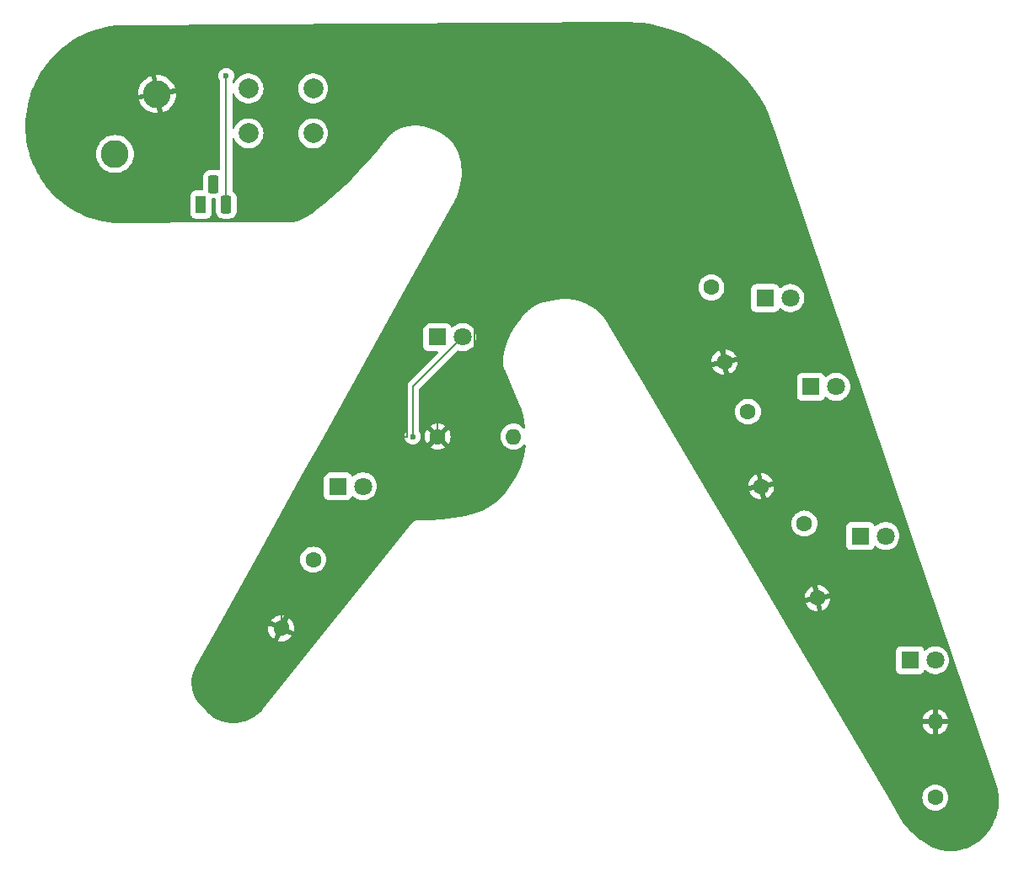
<source format=gbr>
%TF.GenerationSoftware,KiCad,Pcbnew,8.0.6*%
%TF.CreationDate,2025-04-24T23:00:43-04:00*%
%TF.ProjectId,hcsolder,6863736f-6c64-4657-922e-6b696361645f,rev?*%
%TF.SameCoordinates,Original*%
%TF.FileFunction,Copper,L2,Bot*%
%TF.FilePolarity,Positive*%
%FSLAX46Y46*%
G04 Gerber Fmt 4.6, Leading zero omitted, Abs format (unit mm)*
G04 Created by KiCad (PCBNEW 8.0.6) date 2025-04-24 23:00:43*
%MOMM*%
%LPD*%
G01*
G04 APERTURE LIST*
G04 Aperture macros list*
%AMRoundRect*
0 Rectangle with rounded corners*
0 $1 Rounding radius*
0 $2 $3 $4 $5 $6 $7 $8 $9 X,Y pos of 4 corners*
0 Add a 4 corners polygon primitive as box body*
4,1,4,$2,$3,$4,$5,$6,$7,$8,$9,$2,$3,0*
0 Add four circle primitives for the rounded corners*
1,1,$1+$1,$2,$3*
1,1,$1+$1,$4,$5*
1,1,$1+$1,$6,$7*
1,1,$1+$1,$8,$9*
0 Add four rect primitives between the rounded corners*
20,1,$1+$1,$2,$3,$4,$5,0*
20,1,$1+$1,$4,$5,$6,$7,0*
20,1,$1+$1,$6,$7,$8,$9,0*
20,1,$1+$1,$8,$9,$2,$3,0*%
%AMHorizOval*
0 Thick line with rounded ends*
0 $1 width*
0 $2 $3 position (X,Y) of the first rounded end (center of the circle)*
0 $4 $5 position (X,Y) of the second rounded end (center of the circle)*
0 Add line between two ends*
20,1,$1,$2,$3,$4,$5,0*
0 Add two circle primitives to create the rounded ends*
1,1,$1,$2,$3*
1,1,$1,$4,$5*%
G04 Aperture macros list end*
%TA.AperFunction,ComponentPad*%
%ADD10C,1.600000*%
%TD*%
%TA.AperFunction,ComponentPad*%
%ADD11HorizOval,1.600000X0.000000X0.000000X0.000000X0.000000X0*%
%TD*%
%TA.AperFunction,ComponentPad*%
%ADD12C,2.000000*%
%TD*%
%TA.AperFunction,ComponentPad*%
%ADD13O,1.600000X1.600000*%
%TD*%
%TA.AperFunction,ComponentPad*%
%ADD14R,1.800000X1.800000*%
%TD*%
%TA.AperFunction,ComponentPad*%
%ADD15C,1.800000*%
%TD*%
%TA.AperFunction,ComponentPad*%
%ADD16R,1.100000X1.800000*%
%TD*%
%TA.AperFunction,ComponentPad*%
%ADD17RoundRect,0.275000X-0.275000X-0.625000X0.275000X-0.625000X0.275000X0.625000X-0.275000X0.625000X0*%
%TD*%
%TA.AperFunction,ComponentPad*%
%ADD18C,2.800000*%
%TD*%
%TA.AperFunction,ComponentPad*%
%ADD19HorizOval,1.600000X0.000000X0.000000X0.000000X0.000000X0*%
%TD*%
%TA.AperFunction,ViaPad*%
%ADD20C,5.500000*%
%TD*%
%TA.AperFunction,ViaPad*%
%ADD21C,0.600000*%
%TD*%
%TA.AperFunction,Conductor*%
%ADD22C,0.200000*%
%TD*%
G04 APERTURE END LIST*
D10*
%TO.P,R4,1*%
%TO.N,Net-(D4-K)*%
X163676801Y-107495765D03*
D11*
%TO.P,R4,2*%
%TO.N,GND*%
X165000000Y-115000000D03*
%TD*%
D12*
%TO.P,SW1,1,1*%
%TO.N,Net-(D1-A)*%
X113500000Y-75000000D03*
X120000000Y-75000000D03*
%TO.P,SW1,2,2*%
%TO.N,Net-(Q1-C)*%
X113500000Y-79500000D03*
X120000000Y-79500000D03*
%TD*%
D10*
%TO.P,R1,1*%
%TO.N,GND*%
X132500000Y-110000000D03*
D13*
%TO.P,R1,2*%
%TO.N,Net-(D1-K)*%
X140120000Y-110000000D03*
%TD*%
D10*
%TO.P,R5,1*%
%TO.N,Net-(D5-K)*%
X169338401Y-118747883D03*
D11*
%TO.P,R5,2*%
%TO.N,GND*%
X170661600Y-126252118D03*
%TD*%
D14*
%TO.P,D4,1,K*%
%TO.N,Net-(D4-K)*%
X170000000Y-105000000D03*
D15*
%TO.P,D4,2,A*%
%TO.N,Net-(D1-A)*%
X172540000Y-105000000D03*
%TD*%
D16*
%TO.P,Q1,1,C*%
%TO.N,Net-(Q1-C)*%
X108730000Y-86670000D03*
D17*
%TO.P,Q1,2,B*%
%TO.N,Net-(BT1-+)*%
X110000000Y-84600000D03*
%TO.P,Q1,3,E*%
X111270000Y-86670000D03*
%TD*%
D10*
%TO.P,R6,1*%
%TO.N,Net-(D6-K)*%
X182500000Y-146310000D03*
D13*
%TO.P,R6,2*%
%TO.N,GND*%
X182500000Y-138690000D03*
%TD*%
D15*
%TO.P,D2,2,A*%
%TO.N,Net-(D1-A)*%
X125000000Y-115000000D03*
D14*
%TO.P,D2,1,K*%
%TO.N,Net-(D2-K)*%
X122460000Y-115000000D03*
%TD*%
D10*
%TO.P,R3,1*%
%TO.N,Net-(D3-K)*%
X160000000Y-95000000D03*
D11*
%TO.P,R3,2*%
%TO.N,GND*%
X161323199Y-102504235D03*
%TD*%
D14*
%TO.P,D5,1,K*%
%TO.N,Net-(D5-K)*%
X174960000Y-120000000D03*
D15*
%TO.P,D5,2,A*%
%TO.N,Net-(D1-A)*%
X177500000Y-120000000D03*
%TD*%
%TO.P,D3,2,A*%
%TO.N,Net-(D1-A)*%
X167940000Y-96070000D03*
D14*
%TO.P,D3,1,K*%
%TO.N,Net-(D3-K)*%
X165400000Y-96070000D03*
%TD*%
%TO.P,D6,1,K*%
%TO.N,Net-(D6-K)*%
X179960000Y-132500000D03*
D15*
%TO.P,D6,2,A*%
%TO.N,Net-(D1-A)*%
X182500000Y-132500000D03*
%TD*%
D18*
%TO.P,R7,1*%
%TO.N,GND*%
X104320000Y-75550000D03*
%TO.P,R7,2*%
%TO.N,Net-(BT1-+)*%
X100092740Y-81587149D03*
%TD*%
D10*
%TO.P,R2,1*%
%TO.N,Net-(D2-K)*%
X120000000Y-122380000D03*
D19*
%TO.P,R2,2*%
%TO.N,GND*%
X116779649Y-129286065D03*
%TD*%
D14*
%TO.P,D1,1,K*%
%TO.N,Net-(D1-K)*%
X132460000Y-100000000D03*
D15*
%TO.P,D1,2,A*%
%TO.N,Net-(D1-A)*%
X135000000Y-100000000D03*
%TD*%
D20*
%TO.N,GND*%
X112500000Y-135000000D03*
D21*
X151595000Y-81260000D03*
%TO.N,Net-(BT1-+)*%
X111270000Y-73730000D03*
%TO.N,Net-(D1-A)*%
X130000000Y-110000000D03*
%TD*%
D22*
%TO.N,GND*%
X129400000Y-100600000D02*
X148740000Y-81260000D01*
X148740000Y-81260000D02*
X151595000Y-81260000D01*
X116779649Y-129286065D02*
X116779649Y-118220351D01*
X116779649Y-118220351D02*
X125000000Y-110000000D01*
X125000000Y-110000000D02*
X129400000Y-110000000D01*
X129400000Y-110000000D02*
X129400000Y-100600000D01*
X132500000Y-107500000D02*
X136200000Y-103800000D01*
X136200000Y-103800000D02*
X136200000Y-98800000D01*
X136200000Y-98800000D02*
X140000000Y-95000000D01*
%TO.N,Net-(BT1-+)*%
X111270000Y-86270000D02*
X111270000Y-73730000D01*
%TO.N,GND*%
X103797918Y-76202082D02*
X104295836Y-76700000D01*
X161323199Y-102504235D02*
X161323199Y-101323199D01*
X132500000Y-107500000D02*
X132500000Y-110000000D01*
X155000000Y-95000000D02*
X140000000Y-95000000D01*
X161323199Y-101323199D02*
X155000000Y-95000000D01*
%TO.N,Net-(D1-A)*%
X130000000Y-110000000D02*
X130000000Y-105000000D01*
X130000000Y-105000000D02*
X135000000Y-100000000D01*
%TD*%
%TA.AperFunction,Conductor*%
%TO.N,GND*%
G36*
X151171322Y-68294913D02*
G01*
X151811111Y-68305671D01*
X151816599Y-68305886D01*
X152448308Y-68344938D01*
X152453682Y-68345389D01*
X153083447Y-68412150D01*
X153088713Y-68412822D01*
X153709375Y-68505659D01*
X153716941Y-68507033D01*
X154965155Y-68774185D01*
X154974772Y-68776651D01*
X156193678Y-69141881D01*
X156202734Y-69144981D01*
X157391068Y-69603812D01*
X157399603Y-69607482D01*
X158515422Y-70137701D01*
X158549413Y-70153853D01*
X158557510Y-70158072D01*
X159660928Y-70785819D01*
X159668624Y-70790578D01*
X160717684Y-71493339D01*
X160725031Y-71498660D01*
X161711934Y-72270009D01*
X161718972Y-72275944D01*
X162635878Y-73109256D01*
X162642628Y-73115877D01*
X163481909Y-74004491D01*
X163488366Y-74011894D01*
X163725646Y-74306751D01*
X164242476Y-74948995D01*
X164248589Y-74957273D01*
X164511243Y-75345818D01*
X164910206Y-75936008D01*
X164915917Y-75945316D01*
X165481595Y-76965370D01*
X165485517Y-76973062D01*
X165569236Y-77152467D01*
X165724089Y-77484312D01*
X165726500Y-77489824D01*
X165940669Y-78013691D01*
X165942878Y-78019508D01*
X166128829Y-78548710D01*
X166130803Y-78554832D01*
X166160303Y-78655152D01*
X166272939Y-79038189D01*
X166275705Y-79053786D01*
X166275913Y-79053745D01*
X166277493Y-79061713D01*
X166294560Y-79112079D01*
X166296082Y-79116891D01*
X166311082Y-79167901D01*
X166314373Y-79175331D01*
X166314178Y-79175417D01*
X166320885Y-79189763D01*
X181033421Y-122606686D01*
X188694215Y-145213807D01*
X188695227Y-145216929D01*
X188766170Y-145446057D01*
X188768220Y-145453487D01*
X188822208Y-145675938D01*
X188823753Y-145683261D01*
X188864434Y-145909742D01*
X188865507Y-145916919D01*
X188893052Y-146146913D01*
X188893690Y-146153911D01*
X188908279Y-146386957D01*
X188908517Y-146393759D01*
X188910311Y-146629171D01*
X188910186Y-146635764D01*
X188899369Y-146873017D01*
X188898913Y-146879397D01*
X188875684Y-147117750D01*
X188874926Y-147123919D01*
X188839496Y-147362730D01*
X188838462Y-147368695D01*
X188791067Y-147607269D01*
X188789777Y-147613038D01*
X188730686Y-147850601D01*
X188729157Y-147856189D01*
X188658632Y-148092083D01*
X188656876Y-148097499D01*
X188575228Y-148330960D01*
X188573254Y-148336220D01*
X188483412Y-148560020D01*
X188480049Y-148567645D01*
X188261127Y-149022047D01*
X188255884Y-149031792D01*
X187997517Y-149464546D01*
X187992994Y-149471574D01*
X187855965Y-149669461D01*
X187852644Y-149674029D01*
X187703161Y-149870176D01*
X187699582Y-149874654D01*
X187542005Y-150062714D01*
X187538150Y-150067101D01*
X187372940Y-150246397D01*
X187368790Y-150250689D01*
X187196429Y-150420557D01*
X187191965Y-150424745D01*
X187012842Y-150584640D01*
X187008043Y-150588709D01*
X186822659Y-150738007D01*
X186817506Y-150741940D01*
X186626285Y-150880110D01*
X186620759Y-150883880D01*
X186424158Y-151010384D01*
X186418249Y-151013958D01*
X186216642Y-151128338D01*
X186210335Y-151131679D01*
X186004153Y-151233445D01*
X185997452Y-151236508D01*
X185787004Y-151325253D01*
X185779914Y-151327991D01*
X185565450Y-151403316D01*
X185557991Y-151405674D01*
X185367668Y-151459305D01*
X185348572Y-151463098D01*
X185331984Y-151465055D01*
X185331981Y-151465056D01*
X185301127Y-151477353D01*
X185288856Y-151481514D01*
X185256904Y-151490518D01*
X185256901Y-151490519D01*
X185242539Y-151499059D01*
X185225080Y-151507662D01*
X185150619Y-151537340D01*
X185142223Y-151540341D01*
X185013063Y-151581338D01*
X185005169Y-151583559D01*
X184815925Y-151630113D01*
X184807066Y-151631953D01*
X184558839Y-151674110D01*
X184551685Y-151675111D01*
X184418223Y-151689846D01*
X184413081Y-151690306D01*
X184262217Y-151700630D01*
X184256856Y-151700880D01*
X184094793Y-151704940D01*
X184089236Y-151704955D01*
X183916286Y-151701534D01*
X183910555Y-151701288D01*
X183727107Y-151689155D01*
X183721231Y-151688625D01*
X183527684Y-151666539D01*
X183521702Y-151665709D01*
X183318219Y-151632383D01*
X183312169Y-151631237D01*
X183099153Y-151585390D01*
X183093082Y-151583922D01*
X182870770Y-151524217D01*
X182864724Y-151522428D01*
X182633343Y-151447487D01*
X182627371Y-151445382D01*
X182387233Y-151353813D01*
X182381382Y-151351410D01*
X182132702Y-151241752D01*
X182127016Y-151239070D01*
X181870157Y-151109880D01*
X181864675Y-151106949D01*
X181599828Y-150956658D01*
X181594585Y-150953509D01*
X181322220Y-150780662D01*
X181317241Y-150777331D01*
X181037689Y-150580364D01*
X181032995Y-150576888D01*
X180746680Y-150354263D01*
X180742284Y-150350681D01*
X180449653Y-150100860D01*
X180445559Y-150097205D01*
X180147130Y-149818688D01*
X180143339Y-149814996D01*
X179839561Y-149506206D01*
X179836069Y-149502507D01*
X179527543Y-149162015D01*
X179524338Y-149158335D01*
X179236910Y-148814885D01*
X179225217Y-148798332D01*
X177756502Y-146309998D01*
X181194532Y-146309998D01*
X181194532Y-146310001D01*
X181214364Y-146536686D01*
X181214366Y-146536697D01*
X181273258Y-146756488D01*
X181273261Y-146756497D01*
X181369431Y-146962732D01*
X181369432Y-146962734D01*
X181499954Y-147149141D01*
X181660858Y-147310045D01*
X181660861Y-147310047D01*
X181847266Y-147440568D01*
X182053504Y-147536739D01*
X182273308Y-147595635D01*
X182435230Y-147609801D01*
X182499998Y-147615468D01*
X182500000Y-147615468D01*
X182500002Y-147615468D01*
X182560625Y-147610164D01*
X182726692Y-147595635D01*
X182946496Y-147536739D01*
X183152734Y-147440568D01*
X183339139Y-147310047D01*
X183500047Y-147149139D01*
X183630568Y-146962734D01*
X183726739Y-146756496D01*
X183785635Y-146536692D01*
X183805468Y-146310000D01*
X183804862Y-146303079D01*
X183791506Y-146150411D01*
X183785635Y-146083308D01*
X183726739Y-145863504D01*
X183630568Y-145657266D01*
X183500047Y-145470861D01*
X183500045Y-145470858D01*
X183339141Y-145309954D01*
X183152734Y-145179432D01*
X183152732Y-145179431D01*
X182946497Y-145083261D01*
X182946488Y-145083258D01*
X182726697Y-145024366D01*
X182726693Y-145024365D01*
X182726692Y-145024365D01*
X182726691Y-145024364D01*
X182726686Y-145024364D01*
X182500002Y-145004532D01*
X182499998Y-145004532D01*
X182273313Y-145024364D01*
X182273302Y-145024366D01*
X182053511Y-145083258D01*
X182053502Y-145083261D01*
X181847267Y-145179431D01*
X181847265Y-145179432D01*
X181660858Y-145309954D01*
X181499954Y-145470858D01*
X181369432Y-145657265D01*
X181369431Y-145657267D01*
X181273261Y-145863502D01*
X181273258Y-145863511D01*
X181214366Y-146083302D01*
X181214364Y-146083313D01*
X181194532Y-146309998D01*
X177756502Y-146309998D01*
X173111312Y-138439999D01*
X181221127Y-138439999D01*
X181221128Y-138440000D01*
X182184314Y-138440000D01*
X182179920Y-138444394D01*
X182127259Y-138535606D01*
X182100000Y-138637339D01*
X182100000Y-138742661D01*
X182127259Y-138844394D01*
X182179920Y-138935606D01*
X182184314Y-138940000D01*
X181221128Y-138940000D01*
X181273730Y-139136317D01*
X181273734Y-139136326D01*
X181369865Y-139342482D01*
X181500342Y-139528820D01*
X181661179Y-139689657D01*
X181847517Y-139820134D01*
X182053673Y-139916265D01*
X182053682Y-139916269D01*
X182249999Y-139968872D01*
X182250000Y-139968871D01*
X182250000Y-139005686D01*
X182254394Y-139010080D01*
X182345606Y-139062741D01*
X182447339Y-139090000D01*
X182552661Y-139090000D01*
X182654394Y-139062741D01*
X182745606Y-139010080D01*
X182750000Y-139005686D01*
X182750000Y-139968872D01*
X182946317Y-139916269D01*
X182946326Y-139916265D01*
X183152482Y-139820134D01*
X183338820Y-139689657D01*
X183499657Y-139528820D01*
X183630134Y-139342482D01*
X183726265Y-139136326D01*
X183726269Y-139136317D01*
X183778872Y-138940000D01*
X182815686Y-138940000D01*
X182820080Y-138935606D01*
X182872741Y-138844394D01*
X182900000Y-138742661D01*
X182900000Y-138637339D01*
X182872741Y-138535606D01*
X182820080Y-138444394D01*
X182815686Y-138440000D01*
X183778872Y-138440000D01*
X183778872Y-138439999D01*
X183726269Y-138243682D01*
X183726265Y-138243673D01*
X183630134Y-138037517D01*
X183499657Y-137851179D01*
X183338820Y-137690342D01*
X183152482Y-137559865D01*
X182946328Y-137463734D01*
X182750000Y-137411127D01*
X182750000Y-138374314D01*
X182745606Y-138369920D01*
X182654394Y-138317259D01*
X182552661Y-138290000D01*
X182447339Y-138290000D01*
X182345606Y-138317259D01*
X182254394Y-138369920D01*
X182250000Y-138374314D01*
X182250000Y-137411127D01*
X182053671Y-137463734D01*
X181847517Y-137559865D01*
X181661179Y-137690342D01*
X181500342Y-137851179D01*
X181369865Y-138037517D01*
X181273734Y-138243673D01*
X181273730Y-138243682D01*
X181221127Y-138439999D01*
X173111312Y-138439999D01*
X169045817Y-131552135D01*
X178559500Y-131552135D01*
X178559500Y-133447870D01*
X178559501Y-133447876D01*
X178565908Y-133507483D01*
X178616202Y-133642328D01*
X178616206Y-133642335D01*
X178702452Y-133757544D01*
X178702455Y-133757547D01*
X178817664Y-133843793D01*
X178817671Y-133843797D01*
X178952517Y-133894091D01*
X178952516Y-133894091D01*
X178959444Y-133894835D01*
X179012127Y-133900500D01*
X180907872Y-133900499D01*
X180967483Y-133894091D01*
X181102331Y-133843796D01*
X181217546Y-133757546D01*
X181303796Y-133642331D01*
X181332455Y-133565493D01*
X181374326Y-133509559D01*
X181439790Y-133485141D01*
X181508063Y-133499992D01*
X181539866Y-133524843D01*
X181547302Y-133532920D01*
X181548215Y-133533912D01*
X181548222Y-133533918D01*
X181731365Y-133676464D01*
X181731371Y-133676468D01*
X181731374Y-133676470D01*
X181935497Y-133786936D01*
X182049487Y-133826068D01*
X182155015Y-133862297D01*
X182155017Y-133862297D01*
X182155019Y-133862298D01*
X182383951Y-133900500D01*
X182383952Y-133900500D01*
X182616048Y-133900500D01*
X182616049Y-133900500D01*
X182844981Y-133862298D01*
X183064503Y-133786936D01*
X183268626Y-133676470D01*
X183451784Y-133533913D01*
X183608979Y-133363153D01*
X183735924Y-133168849D01*
X183829157Y-132956300D01*
X183886134Y-132731305D01*
X183886135Y-132731297D01*
X183905300Y-132500006D01*
X183905300Y-132499993D01*
X183886135Y-132268702D01*
X183886133Y-132268691D01*
X183829157Y-132043699D01*
X183735924Y-131831151D01*
X183608983Y-131636852D01*
X183608980Y-131636849D01*
X183608979Y-131636847D01*
X183451784Y-131466087D01*
X183451779Y-131466083D01*
X183451777Y-131466081D01*
X183268634Y-131323535D01*
X183268628Y-131323531D01*
X183064504Y-131213064D01*
X183064495Y-131213061D01*
X182844984Y-131137702D01*
X182654450Y-131105908D01*
X182616049Y-131099500D01*
X182383951Y-131099500D01*
X182345550Y-131105908D01*
X182155015Y-131137702D01*
X181935504Y-131213061D01*
X181935495Y-131213064D01*
X181731371Y-131323531D01*
X181731365Y-131323535D01*
X181548222Y-131466081D01*
X181548218Y-131466085D01*
X181539866Y-131475158D01*
X181479979Y-131511148D01*
X181410141Y-131509047D01*
X181352525Y-131469522D01*
X181332455Y-131434507D01*
X181303797Y-131357671D01*
X181303793Y-131357664D01*
X181217547Y-131242455D01*
X181217544Y-131242452D01*
X181102335Y-131156206D01*
X181102328Y-131156202D01*
X180967482Y-131105908D01*
X180967483Y-131105908D01*
X180907883Y-131099501D01*
X180907881Y-131099500D01*
X180907873Y-131099500D01*
X180907864Y-131099500D01*
X179012129Y-131099500D01*
X179012123Y-131099501D01*
X178952516Y-131105908D01*
X178817671Y-131156202D01*
X178817664Y-131156206D01*
X178702455Y-131242452D01*
X178702452Y-131242455D01*
X178616206Y-131357664D01*
X178616202Y-131357671D01*
X178565908Y-131492517D01*
X178559501Y-131552116D01*
X178559500Y-131552135D01*
X169045817Y-131552135D01*
X168203397Y-130124885D01*
X165903293Y-126227990D01*
X169358743Y-126227990D01*
X170310545Y-126060161D01*
X170288859Y-126097724D01*
X170261600Y-126199457D01*
X170261600Y-126304779D01*
X170288859Y-126406512D01*
X170341520Y-126497724D01*
X170396511Y-126552715D01*
X169445568Y-126720392D01*
X169531464Y-126904598D01*
X169661942Y-127090938D01*
X169822779Y-127251775D01*
X170009117Y-127382252D01*
X170215273Y-127478383D01*
X170215282Y-127478387D01*
X170434994Y-127537258D01*
X170637472Y-127554973D01*
X170469643Y-126603172D01*
X170507206Y-126624859D01*
X170608939Y-126652118D01*
X170714261Y-126652118D01*
X170815994Y-126624859D01*
X170907206Y-126572198D01*
X170962197Y-126517206D01*
X171129874Y-127468148D01*
X171129875Y-127468149D01*
X171314079Y-127382253D01*
X171314081Y-127382252D01*
X171500420Y-127251775D01*
X171661257Y-127090938D01*
X171791734Y-126904600D01*
X171887865Y-126698444D01*
X171887869Y-126698435D01*
X171946740Y-126478725D01*
X171946740Y-126478721D01*
X171964455Y-126276244D01*
X171012655Y-126444071D01*
X171034341Y-126406512D01*
X171061600Y-126304779D01*
X171061600Y-126199457D01*
X171034341Y-126097724D01*
X170981680Y-126006512D01*
X170926686Y-125951518D01*
X171877630Y-125783842D01*
X171791734Y-125599635D01*
X171661257Y-125413297D01*
X171500420Y-125252460D01*
X171314082Y-125121983D01*
X171107926Y-125025852D01*
X171107917Y-125025848D01*
X170888210Y-124966978D01*
X170888200Y-124966976D01*
X170685726Y-124949261D01*
X170853554Y-125901062D01*
X170815994Y-125879377D01*
X170714261Y-125852118D01*
X170608939Y-125852118D01*
X170507206Y-125879377D01*
X170415994Y-125932038D01*
X170361001Y-125987030D01*
X170193324Y-125036086D01*
X170009119Y-125121982D01*
X169822779Y-125252460D01*
X169661942Y-125413297D01*
X169531465Y-125599635D01*
X169435334Y-125805791D01*
X169435330Y-125805800D01*
X169376460Y-126025507D01*
X169376458Y-126025517D01*
X169358743Y-126227990D01*
X165903293Y-126227990D01*
X161488231Y-118747881D01*
X168032933Y-118747881D01*
X168032933Y-118747884D01*
X168052765Y-118974569D01*
X168052767Y-118974580D01*
X168111659Y-119194371D01*
X168111662Y-119194380D01*
X168207832Y-119400615D01*
X168207833Y-119400617D01*
X168338355Y-119587024D01*
X168499259Y-119747928D01*
X168499262Y-119747930D01*
X168685667Y-119878451D01*
X168891905Y-119974622D01*
X169111709Y-120033518D01*
X169273631Y-120047684D01*
X169338399Y-120053351D01*
X169338401Y-120053351D01*
X169338403Y-120053351D01*
X169395074Y-120048392D01*
X169565093Y-120033518D01*
X169784897Y-119974622D01*
X169991135Y-119878451D01*
X170177540Y-119747930D01*
X170338448Y-119587022D01*
X170468969Y-119400617D01*
X170565140Y-119194379D01*
X170603254Y-119052135D01*
X173559500Y-119052135D01*
X173559500Y-120947870D01*
X173559501Y-120947876D01*
X173565908Y-121007483D01*
X173616202Y-121142328D01*
X173616206Y-121142335D01*
X173702452Y-121257544D01*
X173702455Y-121257547D01*
X173817664Y-121343793D01*
X173817671Y-121343797D01*
X173952517Y-121394091D01*
X173952516Y-121394091D01*
X173959444Y-121394835D01*
X174012127Y-121400500D01*
X175907872Y-121400499D01*
X175967483Y-121394091D01*
X176102331Y-121343796D01*
X176217546Y-121257546D01*
X176303796Y-121142331D01*
X176321687Y-121094364D01*
X176332455Y-121065493D01*
X176374326Y-121009559D01*
X176439790Y-120985141D01*
X176508063Y-120999992D01*
X176539866Y-121024843D01*
X176547302Y-121032920D01*
X176548215Y-121033912D01*
X176548222Y-121033918D01*
X176731365Y-121176464D01*
X176731371Y-121176468D01*
X176731374Y-121176470D01*
X176935497Y-121286936D01*
X177049487Y-121326068D01*
X177155015Y-121362297D01*
X177155017Y-121362297D01*
X177155019Y-121362298D01*
X177383951Y-121400500D01*
X177383952Y-121400500D01*
X177616048Y-121400500D01*
X177616049Y-121400500D01*
X177844981Y-121362298D01*
X178064503Y-121286936D01*
X178268626Y-121176470D01*
X178451784Y-121033913D01*
X178608979Y-120863153D01*
X178735924Y-120668849D01*
X178829157Y-120456300D01*
X178886134Y-120231305D01*
X178886135Y-120231297D01*
X178905300Y-120000006D01*
X178905300Y-119999993D01*
X178886135Y-119768702D01*
X178886133Y-119768691D01*
X178829157Y-119543699D01*
X178735924Y-119331151D01*
X178608983Y-119136852D01*
X178608980Y-119136849D01*
X178608979Y-119136847D01*
X178451784Y-118966087D01*
X178451779Y-118966083D01*
X178451777Y-118966081D01*
X178268634Y-118823535D01*
X178268628Y-118823531D01*
X178064504Y-118713064D01*
X178064495Y-118713061D01*
X177844984Y-118637702D01*
X177654450Y-118605908D01*
X177616049Y-118599500D01*
X177383951Y-118599500D01*
X177345550Y-118605908D01*
X177155015Y-118637702D01*
X176935504Y-118713061D01*
X176935495Y-118713064D01*
X176731371Y-118823531D01*
X176731365Y-118823535D01*
X176548222Y-118966081D01*
X176548218Y-118966085D01*
X176548216Y-118966086D01*
X176548216Y-118966087D01*
X176540403Y-118974575D01*
X176539866Y-118975158D01*
X176479979Y-119011148D01*
X176410141Y-119009047D01*
X176352525Y-118969522D01*
X176332455Y-118934507D01*
X176303797Y-118857671D01*
X176303793Y-118857664D01*
X176217547Y-118742455D01*
X176217544Y-118742452D01*
X176102335Y-118656206D01*
X176102328Y-118656202D01*
X175967482Y-118605908D01*
X175967483Y-118605908D01*
X175907883Y-118599501D01*
X175907881Y-118599500D01*
X175907873Y-118599500D01*
X175907864Y-118599500D01*
X174012129Y-118599500D01*
X174012123Y-118599501D01*
X173952516Y-118605908D01*
X173817671Y-118656202D01*
X173817664Y-118656206D01*
X173702455Y-118742452D01*
X173702452Y-118742455D01*
X173616206Y-118857664D01*
X173616202Y-118857671D01*
X173565908Y-118992517D01*
X173559501Y-119052116D01*
X173559500Y-119052135D01*
X170603254Y-119052135D01*
X170624036Y-118974575D01*
X170643869Y-118747883D01*
X170640822Y-118713061D01*
X170630771Y-118598170D01*
X170624036Y-118521191D01*
X170572871Y-118330238D01*
X170565142Y-118301394D01*
X170565139Y-118301385D01*
X170555092Y-118279839D01*
X170468969Y-118095149D01*
X170338448Y-117908744D01*
X170338446Y-117908741D01*
X170177542Y-117747837D01*
X169991135Y-117617315D01*
X169991133Y-117617314D01*
X169784898Y-117521144D01*
X169784889Y-117521141D01*
X169565098Y-117462249D01*
X169565094Y-117462248D01*
X169565093Y-117462248D01*
X169565092Y-117462247D01*
X169565087Y-117462247D01*
X169338403Y-117442415D01*
X169338399Y-117442415D01*
X169111714Y-117462247D01*
X169111703Y-117462249D01*
X168891912Y-117521141D01*
X168891903Y-117521144D01*
X168685668Y-117617314D01*
X168685666Y-117617315D01*
X168499259Y-117747837D01*
X168338355Y-117908741D01*
X168207833Y-118095148D01*
X168207832Y-118095150D01*
X168111662Y-118301385D01*
X168111659Y-118301394D01*
X168052767Y-118521185D01*
X168052765Y-118521196D01*
X168032933Y-118747881D01*
X161488231Y-118747881D01*
X159261840Y-114975872D01*
X163697143Y-114975872D01*
X164648945Y-114808043D01*
X164627259Y-114845606D01*
X164600000Y-114947339D01*
X164600000Y-115052661D01*
X164627259Y-115154394D01*
X164679920Y-115245606D01*
X164734911Y-115300597D01*
X163783968Y-115468274D01*
X163869864Y-115652480D01*
X164000342Y-115838820D01*
X164161179Y-115999657D01*
X164347517Y-116130134D01*
X164553673Y-116226265D01*
X164553682Y-116226269D01*
X164773394Y-116285140D01*
X164975872Y-116302855D01*
X164808043Y-115351054D01*
X164845606Y-115372741D01*
X164947339Y-115400000D01*
X165052661Y-115400000D01*
X165154394Y-115372741D01*
X165245606Y-115320080D01*
X165300597Y-115265088D01*
X165468274Y-116216030D01*
X165468275Y-116216031D01*
X165652479Y-116130135D01*
X165652481Y-116130134D01*
X165838820Y-115999657D01*
X165999657Y-115838820D01*
X166130134Y-115652482D01*
X166226265Y-115446326D01*
X166226269Y-115446317D01*
X166285140Y-115226607D01*
X166285140Y-115226603D01*
X166302855Y-115024126D01*
X165351055Y-115191953D01*
X165372741Y-115154394D01*
X165400000Y-115052661D01*
X165400000Y-114947339D01*
X165372741Y-114845606D01*
X165320080Y-114754394D01*
X165265086Y-114699400D01*
X166216030Y-114531724D01*
X166130134Y-114347517D01*
X165999657Y-114161179D01*
X165838820Y-114000342D01*
X165652482Y-113869865D01*
X165446326Y-113773734D01*
X165446317Y-113773730D01*
X165226610Y-113714860D01*
X165226600Y-113714858D01*
X165024126Y-113697143D01*
X165191954Y-114648944D01*
X165154394Y-114627259D01*
X165052661Y-114600000D01*
X164947339Y-114600000D01*
X164845606Y-114627259D01*
X164754394Y-114679920D01*
X164699401Y-114734912D01*
X164531724Y-113783968D01*
X164347519Y-113869864D01*
X164161179Y-114000342D01*
X164000342Y-114161179D01*
X163869865Y-114347517D01*
X163773734Y-114553673D01*
X163773730Y-114553682D01*
X163714860Y-114773389D01*
X163714858Y-114773399D01*
X163697143Y-114975872D01*
X159261840Y-114975872D01*
X154846779Y-107495763D01*
X162371333Y-107495763D01*
X162371333Y-107495766D01*
X162391165Y-107722451D01*
X162391167Y-107722462D01*
X162450059Y-107942253D01*
X162450062Y-107942262D01*
X162546232Y-108148497D01*
X162546233Y-108148499D01*
X162676755Y-108334906D01*
X162837659Y-108495810D01*
X162837662Y-108495812D01*
X163024067Y-108626333D01*
X163230305Y-108722504D01*
X163450109Y-108781400D01*
X163612031Y-108795566D01*
X163676799Y-108801233D01*
X163676801Y-108801233D01*
X163676803Y-108801233D01*
X163733474Y-108796274D01*
X163903493Y-108781400D01*
X164123297Y-108722504D01*
X164329535Y-108626333D01*
X164515940Y-108495812D01*
X164676848Y-108334904D01*
X164807369Y-108148499D01*
X164903540Y-107942261D01*
X164962436Y-107722457D01*
X164982269Y-107495765D01*
X164962436Y-107269073D01*
X164903540Y-107049269D01*
X164807369Y-106843031D01*
X164676848Y-106656626D01*
X164676846Y-106656623D01*
X164515942Y-106495719D01*
X164329535Y-106365197D01*
X164329533Y-106365196D01*
X164123298Y-106269026D01*
X164123289Y-106269023D01*
X163903498Y-106210131D01*
X163903494Y-106210130D01*
X163903493Y-106210130D01*
X163903492Y-106210129D01*
X163903487Y-106210129D01*
X163676803Y-106190297D01*
X163676799Y-106190297D01*
X163450114Y-106210129D01*
X163450103Y-106210131D01*
X163230312Y-106269023D01*
X163230303Y-106269026D01*
X163024068Y-106365196D01*
X163024066Y-106365197D01*
X162837659Y-106495719D01*
X162676755Y-106656623D01*
X162546233Y-106843030D01*
X162546232Y-106843032D01*
X162450062Y-107049267D01*
X162450059Y-107049276D01*
X162391167Y-107269067D01*
X162391165Y-107269078D01*
X162371333Y-107495763D01*
X154846779Y-107495763D01*
X152814211Y-104052135D01*
X168599500Y-104052135D01*
X168599500Y-105947870D01*
X168599501Y-105947876D01*
X168605908Y-106007483D01*
X168656202Y-106142328D01*
X168656206Y-106142335D01*
X168742452Y-106257544D01*
X168742455Y-106257547D01*
X168857664Y-106343793D01*
X168857671Y-106343797D01*
X168992517Y-106394091D01*
X168992516Y-106394091D01*
X168999444Y-106394835D01*
X169052127Y-106400500D01*
X170947872Y-106400499D01*
X171007483Y-106394091D01*
X171142331Y-106343796D01*
X171257546Y-106257546D01*
X171343796Y-106142331D01*
X171372455Y-106065493D01*
X171414326Y-106009559D01*
X171479790Y-105985141D01*
X171548063Y-105999992D01*
X171579866Y-106024843D01*
X171587302Y-106032920D01*
X171588215Y-106033912D01*
X171588222Y-106033918D01*
X171771365Y-106176464D01*
X171771371Y-106176468D01*
X171771374Y-106176470D01*
X171975497Y-106286936D01*
X172089487Y-106326068D01*
X172195015Y-106362297D01*
X172195017Y-106362297D01*
X172195019Y-106362298D01*
X172423951Y-106400500D01*
X172423952Y-106400500D01*
X172656048Y-106400500D01*
X172656049Y-106400500D01*
X172884981Y-106362298D01*
X173104503Y-106286936D01*
X173308626Y-106176470D01*
X173491784Y-106033913D01*
X173648979Y-105863153D01*
X173775924Y-105668849D01*
X173869157Y-105456300D01*
X173926134Y-105231305D01*
X173926135Y-105231297D01*
X173945300Y-105000006D01*
X173945300Y-104999993D01*
X173926135Y-104768702D01*
X173926133Y-104768691D01*
X173869157Y-104543699D01*
X173775924Y-104331151D01*
X173648983Y-104136852D01*
X173648980Y-104136849D01*
X173648979Y-104136847D01*
X173491784Y-103966087D01*
X173491779Y-103966083D01*
X173491777Y-103966081D01*
X173308634Y-103823535D01*
X173308628Y-103823531D01*
X173104504Y-103713064D01*
X173104495Y-103713061D01*
X172884984Y-103637702D01*
X172694450Y-103605908D01*
X172656049Y-103599500D01*
X172423951Y-103599500D01*
X172385550Y-103605908D01*
X172195015Y-103637702D01*
X171975504Y-103713061D01*
X171975495Y-103713064D01*
X171771371Y-103823531D01*
X171771365Y-103823535D01*
X171588222Y-103966081D01*
X171588218Y-103966085D01*
X171579866Y-103975158D01*
X171519979Y-104011148D01*
X171450141Y-104009047D01*
X171392525Y-103969522D01*
X171372455Y-103934507D01*
X171343797Y-103857671D01*
X171343793Y-103857664D01*
X171257547Y-103742455D01*
X171257544Y-103742452D01*
X171142335Y-103656206D01*
X171142328Y-103656202D01*
X171007482Y-103605908D01*
X171007483Y-103605908D01*
X170947883Y-103599501D01*
X170947881Y-103599500D01*
X170947873Y-103599500D01*
X170947864Y-103599500D01*
X169052129Y-103599500D01*
X169052123Y-103599501D01*
X168992516Y-103605908D01*
X168857671Y-103656202D01*
X168857664Y-103656206D01*
X168742455Y-103742452D01*
X168742452Y-103742455D01*
X168656206Y-103857664D01*
X168656202Y-103857671D01*
X168605908Y-103992517D01*
X168599501Y-104052116D01*
X168599500Y-104052135D01*
X152814211Y-104052135D01*
X151886337Y-102480107D01*
X160020342Y-102480107D01*
X160972144Y-102312278D01*
X160950458Y-102349841D01*
X160923199Y-102451574D01*
X160923199Y-102556896D01*
X160950458Y-102658629D01*
X161003119Y-102749841D01*
X161058110Y-102804832D01*
X160107167Y-102972509D01*
X160193063Y-103156715D01*
X160323541Y-103343055D01*
X160484378Y-103503892D01*
X160670716Y-103634369D01*
X160876872Y-103730500D01*
X160876881Y-103730504D01*
X161096593Y-103789375D01*
X161299071Y-103807090D01*
X161131242Y-102855289D01*
X161168805Y-102876976D01*
X161270538Y-102904235D01*
X161375860Y-102904235D01*
X161477593Y-102876976D01*
X161568805Y-102824315D01*
X161623796Y-102769323D01*
X161791473Y-103720265D01*
X161791474Y-103720266D01*
X161975678Y-103634370D01*
X161975680Y-103634369D01*
X162162019Y-103503892D01*
X162322856Y-103343055D01*
X162453333Y-103156717D01*
X162549464Y-102950561D01*
X162549468Y-102950552D01*
X162608339Y-102730842D01*
X162608339Y-102730838D01*
X162626054Y-102528361D01*
X161674254Y-102696188D01*
X161695940Y-102658629D01*
X161723199Y-102556896D01*
X161723199Y-102451574D01*
X161695940Y-102349841D01*
X161643279Y-102258629D01*
X161588285Y-102203635D01*
X162539229Y-102035959D01*
X162453333Y-101851752D01*
X162322856Y-101665414D01*
X162162019Y-101504577D01*
X161975681Y-101374100D01*
X161769525Y-101277969D01*
X161769516Y-101277965D01*
X161549809Y-101219095D01*
X161549799Y-101219093D01*
X161347325Y-101201378D01*
X161515153Y-102153179D01*
X161477593Y-102131494D01*
X161375860Y-102104235D01*
X161270538Y-102104235D01*
X161168805Y-102131494D01*
X161077593Y-102184155D01*
X161022600Y-102239147D01*
X160854923Y-101288203D01*
X160670718Y-101374099D01*
X160484378Y-101504577D01*
X160323541Y-101665414D01*
X160193064Y-101851752D01*
X160096933Y-102057908D01*
X160096929Y-102057917D01*
X160038059Y-102277624D01*
X160038057Y-102277634D01*
X160020342Y-102480107D01*
X151886337Y-102480107D01*
X149682230Y-98745852D01*
X149681826Y-98745163D01*
X149629399Y-98654592D01*
X149623186Y-98640420D01*
X149622923Y-98640542D01*
X149619517Y-98633168D01*
X149619516Y-98633164D01*
X149590797Y-98587715D01*
X149588304Y-98583596D01*
X149561365Y-98537057D01*
X149556411Y-98530616D01*
X149556641Y-98530439D01*
X149546970Y-98518359D01*
X149527669Y-98487815D01*
X149520920Y-98473912D01*
X149520658Y-98474046D01*
X149516965Y-98466800D01*
X149486492Y-98422475D01*
X149483848Y-98418466D01*
X149455106Y-98372981D01*
X149449906Y-98366737D01*
X149450131Y-98366549D01*
X149440012Y-98354866D01*
X149420129Y-98325944D01*
X149412859Y-98312335D01*
X149412599Y-98312481D01*
X149408632Y-98305389D01*
X149376431Y-98262218D01*
X149373644Y-98258327D01*
X149343154Y-98213976D01*
X149343146Y-98213969D01*
X149337709Y-98207931D01*
X149337932Y-98207729D01*
X149327391Y-98196472D01*
X149306971Y-98169096D01*
X149299195Y-98155796D01*
X149298935Y-98155956D01*
X149294699Y-98149022D01*
X149260843Y-98107098D01*
X149257919Y-98103331D01*
X149247346Y-98089156D01*
X149225711Y-98060151D01*
X149225710Y-98060150D01*
X149220041Y-98054324D01*
X149220258Y-98054112D01*
X149209306Y-98043282D01*
X149207564Y-98041125D01*
X149188385Y-98017376D01*
X149180122Y-98004414D01*
X149179864Y-98004587D01*
X149175361Y-97997815D01*
X149139891Y-97957182D01*
X149136836Y-97953544D01*
X149102966Y-97911603D01*
X149097078Y-97906001D01*
X149097291Y-97905776D01*
X149085944Y-97895386D01*
X149064562Y-97870891D01*
X149055817Y-97858268D01*
X149055562Y-97858453D01*
X149050805Y-97851860D01*
X149013783Y-97812586D01*
X149010599Y-97809076D01*
X148975126Y-97768440D01*
X148969025Y-97763065D01*
X148969233Y-97762828D01*
X148957519Y-97752899D01*
X148935687Y-97729739D01*
X148926482Y-97717478D01*
X148926229Y-97717676D01*
X148921226Y-97711270D01*
X148921224Y-97711267D01*
X148882703Y-97673399D01*
X148879403Y-97670029D01*
X148842369Y-97630743D01*
X148836070Y-97625607D01*
X148836272Y-97625359D01*
X148824210Y-97615900D01*
X148801948Y-97594016D01*
X148792300Y-97582133D01*
X148792050Y-97582345D01*
X148786811Y-97576139D01*
X148786807Y-97576132D01*
X148757479Y-97549412D01*
X148746846Y-97539724D01*
X148743432Y-97536493D01*
X148704903Y-97498619D01*
X148704900Y-97498616D01*
X148704896Y-97498613D01*
X148698409Y-97493724D01*
X148698605Y-97493463D01*
X148686214Y-97484485D01*
X148663530Y-97463818D01*
X148653455Y-97452329D01*
X148653211Y-97452552D01*
X148647737Y-97446543D01*
X148606413Y-97411661D01*
X148602886Y-97408568D01*
X148562909Y-97372146D01*
X148556242Y-97367506D01*
X148556429Y-97367235D01*
X148543725Y-97358745D01*
X148520635Y-97339256D01*
X148510144Y-97328165D01*
X148509903Y-97328402D01*
X148504209Y-97322606D01*
X148504206Y-97322602D01*
X148486944Y-97309112D01*
X148461583Y-97289293D01*
X148457954Y-97286345D01*
X148416588Y-97251428D01*
X148409749Y-97247043D01*
X148409929Y-97246761D01*
X148396919Y-97238761D01*
X148373429Y-97220404D01*
X148362540Y-97209730D01*
X148362308Y-97209977D01*
X148356401Y-97204401D01*
X148312517Y-97172692D01*
X148308789Y-97169890D01*
X148266125Y-97136551D01*
X148266126Y-97136551D01*
X148266124Y-97136550D01*
X148266121Y-97136548D01*
X148259120Y-97132423D01*
X148259291Y-97132131D01*
X148246017Y-97124642D01*
X148222110Y-97107368D01*
X148210837Y-97097120D01*
X148210612Y-97097378D01*
X148204498Y-97092025D01*
X148159421Y-97061963D01*
X148155600Y-97059309D01*
X148111709Y-97027596D01*
X148104555Y-97023736D01*
X148104717Y-97023434D01*
X148091182Y-97016455D01*
X148066856Y-97000232D01*
X148055219Y-96990426D01*
X148055002Y-96990694D01*
X148048693Y-96985576D01*
X148002517Y-96957222D01*
X147998605Y-96954718D01*
X147953523Y-96924654D01*
X147953519Y-96924652D01*
X147953517Y-96924651D01*
X147946228Y-96921064D01*
X147946380Y-96920754D01*
X147932600Y-96914292D01*
X147907861Y-96899101D01*
X147895870Y-96889741D01*
X147895663Y-96890018D01*
X147889170Y-96885142D01*
X147841961Y-96858535D01*
X147837959Y-96856180D01*
X147791759Y-96827812D01*
X147784345Y-96824504D01*
X147784486Y-96824187D01*
X147770476Y-96818246D01*
X147745299Y-96804056D01*
X147732972Y-96795155D01*
X147732775Y-96795441D01*
X147726098Y-96790807D01*
X147726097Y-96790806D01*
X147677915Y-96765978D01*
X147673849Y-96763786D01*
X147626606Y-96737160D01*
X147619068Y-96734129D01*
X147619197Y-96733806D01*
X147604981Y-96728396D01*
X147579354Y-96715190D01*
X147566710Y-96706761D01*
X147566523Y-96707055D01*
X147559672Y-96702670D01*
X147510585Y-96679657D01*
X147506423Y-96677610D01*
X147458237Y-96652779D01*
X147450592Y-96650033D01*
X147450709Y-96649705D01*
X147436310Y-96644834D01*
X147410202Y-96632593D01*
X147397249Y-96624641D01*
X147397073Y-96624941D01*
X147390071Y-96620820D01*
X147340150Y-96599656D01*
X147335914Y-96597765D01*
X147286845Y-96574760D01*
X147279098Y-96572299D01*
X147279202Y-96571968D01*
X147264626Y-96567637D01*
X147238044Y-96556367D01*
X147224789Y-96548899D01*
X147224626Y-96549203D01*
X147217480Y-96545351D01*
X147217473Y-96545348D01*
X147166768Y-96526057D01*
X147162508Y-96524344D01*
X147139842Y-96514735D01*
X147112608Y-96503189D01*
X147104777Y-96501021D01*
X147104869Y-96500687D01*
X147090138Y-96496904D01*
X147063040Y-96486595D01*
X147049510Y-96479625D01*
X147049358Y-96479936D01*
X147042065Y-96476350D01*
X146990690Y-96458979D01*
X146986381Y-96457432D01*
X146950303Y-96443706D01*
X146935717Y-96438157D01*
X146927806Y-96436283D01*
X146927885Y-96435948D01*
X146913015Y-96432717D01*
X146885389Y-96423377D01*
X146871593Y-96416912D01*
X146871454Y-96417226D01*
X146864027Y-96413915D01*
X146812101Y-96398504D01*
X146807668Y-96397097D01*
X146756353Y-96379748D01*
X146748379Y-96378172D01*
X146748445Y-96377837D01*
X146733449Y-96375164D01*
X146705249Y-96366795D01*
X146691213Y-96360852D01*
X146691088Y-96361166D01*
X146683545Y-96358138D01*
X146631123Y-96344706D01*
X146626625Y-96343463D01*
X146574700Y-96328054D01*
X146566677Y-96326779D01*
X146566729Y-96326447D01*
X146551632Y-96324336D01*
X146522829Y-96316956D01*
X146508559Y-96311539D01*
X146508447Y-96311854D01*
X146500794Y-96309113D01*
X146447906Y-96297667D01*
X146443359Y-96296593D01*
X146390943Y-96283163D01*
X146382873Y-96282191D01*
X146382912Y-96281859D01*
X146367718Y-96280317D01*
X146338302Y-96273951D01*
X146323821Y-96269071D01*
X146323722Y-96269386D01*
X146315972Y-96266936D01*
X146315968Y-96266935D01*
X146291123Y-96262535D01*
X146262717Y-96257505D01*
X146258118Y-96256601D01*
X146236266Y-96251872D01*
X146205269Y-96245166D01*
X146205268Y-96245166D01*
X146197171Y-96244499D01*
X146197197Y-96244171D01*
X146181944Y-96243203D01*
X146151853Y-96237875D01*
X146137172Y-96233540D01*
X146137087Y-96233853D01*
X146129247Y-96231698D01*
X146075732Y-96224305D01*
X146071086Y-96223573D01*
X146017870Y-96214151D01*
X146009749Y-96213791D01*
X146009763Y-96213467D01*
X145994455Y-96213077D01*
X145963673Y-96208824D01*
X145948812Y-96205044D01*
X145948740Y-96205356D01*
X145940824Y-96203501D01*
X145887084Y-96198153D01*
X145882412Y-96197598D01*
X145828920Y-96190209D01*
X145828919Y-96190209D01*
X145828911Y-96190208D01*
X145820791Y-96190156D01*
X145820793Y-96189837D01*
X145805462Y-96190030D01*
X145773950Y-96186894D01*
X145758930Y-96183679D01*
X145758871Y-96183987D01*
X145750896Y-96182438D01*
X145697044Y-96179151D01*
X145692323Y-96178772D01*
X145638634Y-96173430D01*
X145638632Y-96173430D01*
X145638631Y-96173430D01*
X145630512Y-96173688D01*
X145630502Y-96173374D01*
X145615160Y-96174154D01*
X145582878Y-96172184D01*
X145567719Y-96169540D01*
X145567672Y-96169845D01*
X145559637Y-96168602D01*
X145505740Y-96167384D01*
X145500992Y-96167186D01*
X145447188Y-96163903D01*
X145439083Y-96164472D01*
X145439061Y-96164164D01*
X145423729Y-96165532D01*
X145422645Y-96165508D01*
X145390641Y-96164785D01*
X145375365Y-96162724D01*
X145375331Y-96163024D01*
X145367254Y-96162091D01*
X145313393Y-96162949D01*
X145308620Y-96162933D01*
X145254776Y-96161717D01*
X145246698Y-96162596D01*
X145246665Y-96162295D01*
X145231372Y-96164256D01*
X145197444Y-96164796D01*
X145182076Y-96163323D01*
X145182054Y-96163620D01*
X145173959Y-96163000D01*
X145173957Y-96163000D01*
X145173954Y-96163000D01*
X145173953Y-96163000D01*
X145120199Y-96165935D01*
X145115415Y-96166103D01*
X145061603Y-96166960D01*
X145053569Y-96168149D01*
X145053525Y-96167854D01*
X145038297Y-96170407D01*
X145003488Y-96172308D01*
X144988045Y-96171428D01*
X144988035Y-96171720D01*
X144979917Y-96171414D01*
X144926356Y-96176428D01*
X144921563Y-96176783D01*
X144867872Y-96179715D01*
X144859884Y-96181214D01*
X144859830Y-96180928D01*
X144844692Y-96184071D01*
X144808962Y-96187415D01*
X144793483Y-96187136D01*
X144793484Y-96187423D01*
X144785354Y-96187434D01*
X144732076Y-96194518D01*
X144727292Y-96195060D01*
X144673771Y-96200070D01*
X144665851Y-96201877D01*
X144665787Y-96201598D01*
X144650761Y-96205332D01*
X144602927Y-96211694D01*
X144579773Y-96212589D01*
X144572497Y-96212189D01*
X144572488Y-96212189D01*
X144530821Y-96220933D01*
X144521708Y-96222493D01*
X144479514Y-96228106D01*
X144479508Y-96228107D01*
X144472776Y-96230906D01*
X144450654Y-96237759D01*
X142802307Y-96583707D01*
X142798799Y-96584391D01*
X142742800Y-96594468D01*
X142735877Y-96596677D01*
X142728989Y-96599096D01*
X142678254Y-96624783D01*
X142675041Y-96626352D01*
X142571574Y-96675039D01*
X142548973Y-96683107D01*
X142543985Y-96684359D01*
X142543972Y-96684364D01*
X142504910Y-96706094D01*
X142497431Y-96709929D01*
X142486245Y-96715193D01*
X142456994Y-96728958D01*
X142456992Y-96728959D01*
X142456991Y-96728960D01*
X142456986Y-96728963D01*
X142453055Y-96732285D01*
X142433311Y-96745927D01*
X142374145Y-96778843D01*
X142351298Y-96788697D01*
X142348540Y-96789570D01*
X142348539Y-96789570D01*
X142308968Y-96814842D01*
X142302514Y-96818693D01*
X142261504Y-96841509D01*
X142261501Y-96841511D01*
X142259429Y-96843519D01*
X142239906Y-96858950D01*
X142180184Y-96897093D01*
X142157268Y-96908585D01*
X142156371Y-96908923D01*
X142156367Y-96908926D01*
X142116687Y-96937429D01*
X142111092Y-96941221D01*
X142069922Y-96967516D01*
X142069276Y-96968223D01*
X142050113Y-96985252D01*
X141989615Y-97028711D01*
X141969903Y-97039912D01*
X141967390Y-97041423D01*
X141927908Y-97072852D01*
X141923029Y-97076542D01*
X141882033Y-97105993D01*
X141879921Y-97107975D01*
X141863749Y-97123927D01*
X141802431Y-97172739D01*
X141788351Y-97181645D01*
X141788372Y-97181677D01*
X141781601Y-97186175D01*
X141742552Y-97220244D01*
X141738266Y-97223818D01*
X141697729Y-97256089D01*
X141692089Y-97261935D01*
X141692061Y-97261908D01*
X141680764Y-97274155D01*
X141665070Y-97287848D01*
X141618861Y-97328165D01*
X141618699Y-97328306D01*
X141605577Y-97337424D01*
X141605684Y-97337571D01*
X141599106Y-97342346D01*
X141560694Y-97378771D01*
X141556896Y-97382227D01*
X141516995Y-97417041D01*
X141511622Y-97423137D01*
X141511486Y-97423017D01*
X141501172Y-97435217D01*
X141439476Y-97493724D01*
X141438550Y-97494602D01*
X141426258Y-97503893D01*
X141426446Y-97504132D01*
X141420061Y-97509153D01*
X141382405Y-97547717D01*
X141379011Y-97551062D01*
X141339922Y-97588130D01*
X141334810Y-97594439D01*
X141334573Y-97594247D01*
X141325105Y-97606401D01*
X141258378Y-97674738D01*
X141238527Y-97691225D01*
X141238095Y-97691513D01*
X141238091Y-97691517D01*
X141238090Y-97691518D01*
X141205586Y-97728556D01*
X141201108Y-97733392D01*
X141166670Y-97768661D01*
X141166669Y-97768662D01*
X141166415Y-97769116D01*
X141151503Y-97790180D01*
X140921368Y-98052417D01*
X140903580Y-98069059D01*
X140900217Y-98071635D01*
X140900211Y-98071640D01*
X140872421Y-98107794D01*
X140867312Y-98114011D01*
X140837240Y-98148279D01*
X140837235Y-98148286D01*
X140835361Y-98152084D01*
X140822485Y-98172763D01*
X140599456Y-98462925D01*
X140582395Y-98481027D01*
X140580205Y-98482926D01*
X140580199Y-98482933D01*
X140553909Y-98521807D01*
X140549510Y-98527905D01*
X140520911Y-98565115D01*
X140520907Y-98565120D01*
X140519796Y-98567798D01*
X140507997Y-98589700D01*
X140298828Y-98899005D01*
X140282732Y-98918270D01*
X140281078Y-98919883D01*
X140281071Y-98919892D01*
X140256823Y-98960736D01*
X140252918Y-98966893D01*
X140226303Y-99006251D01*
X140226299Y-99006259D01*
X140225542Y-99008449D01*
X140214978Y-99031220D01*
X140022651Y-99355184D01*
X140007747Y-99375329D01*
X140006114Y-99377123D01*
X140006105Y-99377135D01*
X139984367Y-99419248D01*
X139980817Y-99425653D01*
X139956614Y-99466423D01*
X139956613Y-99466425D01*
X139956612Y-99466427D01*
X139955957Y-99468759D01*
X139946769Y-99492079D01*
X139774320Y-99826143D01*
X139760827Y-99846895D01*
X139758808Y-99849409D01*
X139758805Y-99849414D01*
X139740019Y-99892075D01*
X139736721Y-99898978D01*
X139715348Y-99940382D01*
X139715345Y-99940391D01*
X139714659Y-99943537D01*
X139706994Y-99967075D01*
X139559627Y-100301747D01*
X139548390Y-100321327D01*
X139546951Y-100323986D01*
X139528902Y-100371150D01*
X139526579Y-100376801D01*
X139506232Y-100423008D01*
X139505389Y-100425899D01*
X139499602Y-100447716D01*
X139461898Y-100546250D01*
X139455104Y-100559339D01*
X139455505Y-100559539D01*
X139451888Y-100566814D01*
X139434056Y-100618796D01*
X139432578Y-100622872D01*
X139412934Y-100674208D01*
X139411046Y-100682112D01*
X139410610Y-100682007D01*
X139407433Y-100696412D01*
X139375649Y-100789069D01*
X139369158Y-100802761D01*
X139369484Y-100802909D01*
X139366139Y-100810316D01*
X139350438Y-100862301D01*
X139349026Y-100866679D01*
X139331415Y-100918023D01*
X139329805Y-100925985D01*
X139329454Y-100925914D01*
X139326725Y-100940823D01*
X139299208Y-101031941D01*
X139293053Y-101046326D01*
X139293287Y-101046421D01*
X139290236Y-101053962D01*
X139276809Y-101105772D01*
X139275481Y-101110509D01*
X139260027Y-101161682D01*
X139258714Y-101169700D01*
X139258465Y-101169659D01*
X139256242Y-101185140D01*
X139233119Y-101274373D01*
X139227356Y-101289542D01*
X139227478Y-101289586D01*
X139224754Y-101297245D01*
X139213765Y-101348604D01*
X139212546Y-101353760D01*
X139199369Y-101404614D01*
X139198375Y-101412681D01*
X139198247Y-101412665D01*
X139196605Y-101428812D01*
X139177981Y-101515864D01*
X139172480Y-101532551D01*
X139170305Y-101539703D01*
X139161892Y-101590423D01*
X139160820Y-101596070D01*
X139150070Y-101646318D01*
X139149472Y-101653790D01*
X139148478Y-101671305D01*
X139134432Y-101755994D01*
X139127848Y-101779795D01*
X139127569Y-101780912D01*
X139121887Y-101830663D01*
X139121017Y-101836878D01*
X139112825Y-101886273D01*
X139112785Y-101887473D01*
X139112584Y-101912128D01*
X139103195Y-101994347D01*
X139097709Y-102019261D01*
X139097304Y-102020483D01*
X139097303Y-102020488D01*
X139094484Y-102068946D01*
X139093893Y-102075810D01*
X139088389Y-102124013D01*
X139088389Y-102124016D01*
X139088578Y-102125280D01*
X139089726Y-102150775D01*
X139085085Y-102230560D01*
X139081177Y-102255047D01*
X139080384Y-102258043D01*
X139080384Y-102258049D01*
X139080535Y-102304780D01*
X139080327Y-102312378D01*
X139077613Y-102359043D01*
X139078237Y-102362061D01*
X139080800Y-102386745D01*
X139081050Y-102464232D01*
X139078802Y-102488141D01*
X139077828Y-102493180D01*
X139077828Y-102493182D01*
X139081002Y-102537776D01*
X139081314Y-102546176D01*
X139081458Y-102590880D01*
X139081459Y-102590888D01*
X139082803Y-102595838D01*
X139086819Y-102619513D01*
X139092188Y-102694953D01*
X139091673Y-102718059D01*
X139090815Y-102725442D01*
X139096994Y-102767419D01*
X139098003Y-102776670D01*
X139101015Y-102818987D01*
X139101016Y-102818991D01*
X139103444Y-102826013D01*
X139108927Y-102848465D01*
X139119778Y-102922170D01*
X139121035Y-102944259D01*
X139120711Y-102954196D01*
X139120712Y-102954197D01*
X139129788Y-102993094D01*
X139131707Y-103003194D01*
X139134521Y-103022310D01*
X139137525Y-103042714D01*
X139141469Y-103051838D01*
X139148401Y-103072855D01*
X139171516Y-103171913D01*
X139173428Y-103181968D01*
X139179286Y-103221621D01*
X139179287Y-103221625D01*
X139183172Y-103230600D01*
X139190129Y-103251673D01*
X139192351Y-103261196D01*
X139192354Y-103261203D01*
X139211260Y-103296561D01*
X139215709Y-103305777D01*
X140689740Y-106711417D01*
X140691441Y-106715550D01*
X140912674Y-107281858D01*
X140915594Y-107290197D01*
X141090991Y-107854884D01*
X141093297Y-107863356D01*
X141227273Y-108434693D01*
X141228965Y-108443255D01*
X141321869Y-109019168D01*
X141322951Y-109027778D01*
X141325527Y-109056341D01*
X141311943Y-109124878D01*
X141263463Y-109175191D01*
X141195477Y-109191306D01*
X141129571Y-109168107D01*
X141114347Y-109155160D01*
X140959141Y-108999954D01*
X140772734Y-108869432D01*
X140772732Y-108869431D01*
X140566497Y-108773261D01*
X140566488Y-108773258D01*
X140346697Y-108714366D01*
X140346693Y-108714365D01*
X140346692Y-108714365D01*
X140346691Y-108714364D01*
X140346686Y-108714364D01*
X140120002Y-108694532D01*
X140119998Y-108694532D01*
X139893313Y-108714364D01*
X139893302Y-108714366D01*
X139673511Y-108773258D01*
X139673502Y-108773261D01*
X139467267Y-108869431D01*
X139467265Y-108869432D01*
X139280858Y-108999954D01*
X139119954Y-109160858D01*
X138989432Y-109347265D01*
X138989431Y-109347267D01*
X138893261Y-109553502D01*
X138893258Y-109553511D01*
X138834366Y-109773302D01*
X138834364Y-109773313D01*
X138814532Y-109999998D01*
X138814532Y-110000001D01*
X138834364Y-110226686D01*
X138834366Y-110226697D01*
X138893258Y-110446488D01*
X138893261Y-110446497D01*
X138989431Y-110652732D01*
X138989432Y-110652734D01*
X139119954Y-110839141D01*
X139280858Y-111000045D01*
X139280861Y-111000047D01*
X139467266Y-111130568D01*
X139673504Y-111226739D01*
X139893308Y-111285635D01*
X140055230Y-111299801D01*
X140119998Y-111305468D01*
X140120000Y-111305468D01*
X140120002Y-111305468D01*
X140176673Y-111300509D01*
X140346692Y-111285635D01*
X140566496Y-111226739D01*
X140772734Y-111130568D01*
X140959139Y-111000047D01*
X141120047Y-110839139D01*
X141120051Y-110839132D01*
X141123188Y-110835395D01*
X141181357Y-110796688D01*
X141251217Y-110795574D01*
X141310590Y-110832406D01*
X141340625Y-110895491D01*
X141341318Y-110929722D01*
X141290119Y-111360661D01*
X141288814Y-111369135D01*
X141181310Y-111936038D01*
X141179420Y-111944409D01*
X141032841Y-112502992D01*
X141030370Y-112511232D01*
X140845054Y-113059369D01*
X140842004Y-113067451D01*
X140618282Y-113603018D01*
X140614657Y-113610907D01*
X140352878Y-114131749D01*
X140348683Y-114139411D01*
X140049160Y-114643435D01*
X140044404Y-114650828D01*
X139707448Y-115135931D01*
X139702146Y-115143012D01*
X139321231Y-115615554D01*
X139318262Y-115619099D01*
X139118702Y-115848595D01*
X139116899Y-115850624D01*
X138915707Y-116072015D01*
X138911731Y-116076191D01*
X138710348Y-116278083D01*
X138706166Y-116282083D01*
X138499521Y-116470763D01*
X138495168Y-116474556D01*
X138283326Y-116650618D01*
X138278842Y-116654173D01*
X138061695Y-116818316D01*
X138057125Y-116821610D01*
X137834706Y-116974374D01*
X137830093Y-116977394D01*
X137602287Y-117119383D01*
X137597680Y-117122118D01*
X137364501Y-117253824D01*
X137359940Y-117256276D01*
X137121315Y-117378209D01*
X137116843Y-117380382D01*
X136877996Y-117490584D01*
X136871554Y-117493338D01*
X136361461Y-117694584D01*
X136353437Y-117697436D01*
X135827978Y-117864071D01*
X135820780Y-117866116D01*
X135275044Y-118003572D01*
X135268764Y-118004982D01*
X134703859Y-118116456D01*
X134698527Y-118117388D01*
X134115863Y-118206147D01*
X134111472Y-118206736D01*
X133512658Y-118276174D01*
X133509181Y-118276527D01*
X132898105Y-118329982D01*
X132894621Y-118330238D01*
X131626776Y-118405229D01*
X131624865Y-118405327D01*
X130386717Y-118459403D01*
X130362707Y-118458118D01*
X130357704Y-118457359D01*
X130357701Y-118457358D01*
X130313183Y-118462330D01*
X130304837Y-118462978D01*
X130260106Y-118464933D01*
X130260104Y-118464933D01*
X130255278Y-118466455D01*
X130231769Y-118471425D01*
X130226733Y-118471987D01*
X130185030Y-118488308D01*
X130177131Y-118491095D01*
X130134428Y-118504559D01*
X130134420Y-118504563D01*
X130130143Y-118507288D01*
X130108732Y-118518167D01*
X130104019Y-118520011D01*
X130104007Y-118520018D01*
X130067959Y-118546568D01*
X130061054Y-118551303D01*
X130023279Y-118575370D01*
X130019849Y-118579113D01*
X130001984Y-118595163D01*
X129997905Y-118598167D01*
X129997902Y-118598170D01*
X129969950Y-118633150D01*
X129964508Y-118639507D01*
X129934246Y-118672536D01*
X129934244Y-118672538D01*
X129931905Y-118677032D01*
X129918791Y-118697175D01*
X114993452Y-137375829D01*
X114991326Y-137378417D01*
X114850640Y-137545044D01*
X114846086Y-137550145D01*
X114704685Y-137700013D01*
X114699861Y-137704852D01*
X114552382Y-137844843D01*
X114547314Y-137849396D01*
X114394149Y-137979563D01*
X114388859Y-137983815D01*
X114230406Y-138104188D01*
X114224920Y-138108125D01*
X114061467Y-138218801D01*
X114055808Y-138222412D01*
X113887813Y-138323355D01*
X113882005Y-138326636D01*
X113709824Y-138417868D01*
X113703887Y-138420813D01*
X113527886Y-138502342D01*
X113521839Y-138504951D01*
X113342407Y-138576761D01*
X113336271Y-138579031D01*
X113153835Y-138641096D01*
X113147622Y-138643029D01*
X112962601Y-138695320D01*
X112956326Y-138696918D01*
X112769134Y-138739410D01*
X112762812Y-138740673D01*
X112573882Y-138773340D01*
X112567520Y-138774271D01*
X112377283Y-138797086D01*
X112370895Y-138797685D01*
X112179797Y-138810625D01*
X112173390Y-138810892D01*
X111981879Y-138813935D01*
X111975464Y-138813871D01*
X111784012Y-138807004D01*
X111777597Y-138806608D01*
X111586540Y-138789811D01*
X111580136Y-138789079D01*
X111390044Y-138762353D01*
X111383661Y-138761285D01*
X111194861Y-138724608D01*
X111188532Y-138723206D01*
X111001494Y-138676577D01*
X110995219Y-138674836D01*
X110810373Y-138618252D01*
X110804135Y-138616160D01*
X110621863Y-138549599D01*
X110615706Y-138547162D01*
X110436442Y-138470623D01*
X110430384Y-138467842D01*
X110254475Y-138381279D01*
X110248539Y-138378156D01*
X110076388Y-138281547D01*
X110070597Y-138278086D01*
X109902572Y-138171379D01*
X109896950Y-138167590D01*
X109733370Y-138050688D01*
X109727942Y-138046579D01*
X109685539Y-138012611D01*
X109569226Y-137919435D01*
X109564043Y-137915043D01*
X109410508Y-137777519D01*
X109405546Y-137772822D01*
X109251897Y-137619125D01*
X109249371Y-137616523D01*
X108908152Y-137254625D01*
X108677439Y-137009931D01*
X108675922Y-137008291D01*
X108585613Y-136908940D01*
X108582370Y-136905225D01*
X108501116Y-136808275D01*
X108498018Y-136804424D01*
X108421207Y-136704934D01*
X108418260Y-136700955D01*
X108371549Y-136635181D01*
X108349445Y-136604057D01*
X108345359Y-136597924D01*
X108210565Y-136381956D01*
X108205715Y-136373456D01*
X108092057Y-136154629D01*
X108087923Y-136145846D01*
X108033609Y-136017645D01*
X107992199Y-135919903D01*
X107988799Y-135910921D01*
X107911159Y-135678947D01*
X107908477Y-135669768D01*
X107849122Y-135432994D01*
X107847158Y-135423648D01*
X107806248Y-135183222D01*
X107805015Y-135173793D01*
X107782714Y-134930876D01*
X107782210Y-134921373D01*
X107778675Y-134677210D01*
X107778907Y-134667638D01*
X107784254Y-134582679D01*
X107794277Y-134423423D01*
X107795250Y-134413878D01*
X107829666Y-134170690D01*
X107831396Y-134161172D01*
X107884984Y-133920239D01*
X107887468Y-133910831D01*
X107962241Y-133667155D01*
X107964593Y-133660233D01*
X108006247Y-133548633D01*
X108008023Y-133544152D01*
X108056721Y-133428045D01*
X108058718Y-133423539D01*
X108067692Y-133404337D01*
X108112347Y-133308781D01*
X108114537Y-133304333D01*
X108174673Y-133188070D01*
X108176385Y-133184876D01*
X110341346Y-129286063D01*
X115474683Y-129286063D01*
X115474683Y-129286067D01*
X115494507Y-129512664D01*
X115494509Y-129512675D01*
X115553379Y-129732382D01*
X115553383Y-129732391D01*
X115649514Y-129938547D01*
X115779991Y-130124885D01*
X115940832Y-130285726D01*
X116013821Y-130336834D01*
X116420682Y-129464317D01*
X116459569Y-129531671D01*
X116534043Y-129606145D01*
X116625255Y-129658806D01*
X116726988Y-129686065D01*
X116832310Y-129686065D01*
X116874204Y-129674839D01*
X116466976Y-130548143D01*
X116553042Y-130571205D01*
X116553049Y-130571206D01*
X116779647Y-130591031D01*
X116779651Y-130591031D01*
X117006248Y-130571206D01*
X117006259Y-130571204D01*
X117225966Y-130512334D01*
X117225975Y-130512330D01*
X117432131Y-130416199D01*
X117618465Y-130285725D01*
X117779312Y-130124879D01*
X117830418Y-130051891D01*
X117830418Y-130051890D01*
X116957903Y-129645030D01*
X117025255Y-129606145D01*
X117099729Y-129531671D01*
X117152390Y-129440459D01*
X117179649Y-129338726D01*
X117179649Y-129233404D01*
X117168422Y-129191507D01*
X118041727Y-129598736D01*
X118064789Y-129512671D01*
X118064790Y-129512664D01*
X118084615Y-129286067D01*
X118084615Y-129286062D01*
X118064790Y-129059465D01*
X118064788Y-129059454D01*
X118005918Y-128839747D01*
X118005914Y-128839738D01*
X117909783Y-128633582D01*
X117779306Y-128447244D01*
X117618468Y-128286406D01*
X117618457Y-128286397D01*
X117545475Y-128235293D01*
X117138613Y-129107809D01*
X117099729Y-129040459D01*
X117025255Y-128965985D01*
X116934043Y-128913324D01*
X116832310Y-128886065D01*
X116726988Y-128886065D01*
X116685090Y-128897291D01*
X117092321Y-128023985D01*
X117092320Y-128023984D01*
X117006261Y-128000926D01*
X117006247Y-128000923D01*
X116779651Y-127981099D01*
X116779647Y-127981099D01*
X116553049Y-128000923D01*
X116553038Y-128000925D01*
X116333331Y-128059795D01*
X116333322Y-128059799D01*
X116127166Y-128155930D01*
X115940828Y-128286407D01*
X115779990Y-128447245D01*
X115779985Y-128447251D01*
X115728878Y-128520237D01*
X116601395Y-128927098D01*
X116534043Y-128965985D01*
X116459569Y-129040459D01*
X116406908Y-129131671D01*
X116379649Y-129233404D01*
X116379649Y-129338726D01*
X116390874Y-129380621D01*
X115517569Y-128973391D01*
X115517568Y-128973392D01*
X115494510Y-129059452D01*
X115494507Y-129059466D01*
X115474683Y-129286063D01*
X110341346Y-129286063D01*
X114176196Y-122379998D01*
X118694532Y-122379998D01*
X118694532Y-122380001D01*
X118714364Y-122606686D01*
X118714366Y-122606697D01*
X118773258Y-122826488D01*
X118773261Y-122826497D01*
X118869431Y-123032732D01*
X118869432Y-123032734D01*
X118999954Y-123219141D01*
X119160858Y-123380045D01*
X119160861Y-123380047D01*
X119347266Y-123510568D01*
X119553504Y-123606739D01*
X119773308Y-123665635D01*
X119935230Y-123679801D01*
X119999998Y-123685468D01*
X120000000Y-123685468D01*
X120000002Y-123685468D01*
X120056673Y-123680509D01*
X120226692Y-123665635D01*
X120446496Y-123606739D01*
X120652734Y-123510568D01*
X120839139Y-123380047D01*
X121000047Y-123219139D01*
X121130568Y-123032734D01*
X121226739Y-122826496D01*
X121285635Y-122606692D01*
X121305468Y-122380000D01*
X121285635Y-122153308D01*
X121226739Y-121933504D01*
X121130568Y-121727266D01*
X121000047Y-121540861D01*
X121000045Y-121540858D01*
X120839141Y-121379954D01*
X120652734Y-121249432D01*
X120652732Y-121249431D01*
X120446497Y-121153261D01*
X120446488Y-121153258D01*
X120226697Y-121094366D01*
X120226693Y-121094365D01*
X120226692Y-121094365D01*
X120226691Y-121094364D01*
X120226686Y-121094364D01*
X120000002Y-121074532D01*
X119999998Y-121074532D01*
X119773313Y-121094364D01*
X119773302Y-121094366D01*
X119553511Y-121153258D01*
X119553502Y-121153261D01*
X119347267Y-121249431D01*
X119347265Y-121249432D01*
X119160858Y-121379954D01*
X118999954Y-121540858D01*
X118869432Y-121727265D01*
X118869431Y-121727267D01*
X118773261Y-121933502D01*
X118773258Y-121933511D01*
X118714366Y-122153302D01*
X118714364Y-122153313D01*
X118694532Y-122379998D01*
X114176196Y-122379998D01*
X118800552Y-114052135D01*
X121059500Y-114052135D01*
X121059500Y-115947870D01*
X121059501Y-115947876D01*
X121065908Y-116007483D01*
X121116202Y-116142328D01*
X121116206Y-116142335D01*
X121202452Y-116257544D01*
X121202455Y-116257547D01*
X121317664Y-116343793D01*
X121317671Y-116343797D01*
X121452517Y-116394091D01*
X121452516Y-116394091D01*
X121459444Y-116394835D01*
X121512127Y-116400500D01*
X123407872Y-116400499D01*
X123467483Y-116394091D01*
X123602331Y-116343796D01*
X123717546Y-116257546D01*
X123803796Y-116142331D01*
X123832455Y-116065493D01*
X123874326Y-116009559D01*
X123939790Y-115985141D01*
X124008063Y-115999992D01*
X124039866Y-116024843D01*
X124047302Y-116032920D01*
X124048215Y-116033912D01*
X124048222Y-116033918D01*
X124231365Y-116176464D01*
X124231371Y-116176468D01*
X124231374Y-116176470D01*
X124435497Y-116286936D01*
X124549487Y-116326068D01*
X124655015Y-116362297D01*
X124655017Y-116362297D01*
X124655019Y-116362298D01*
X124883951Y-116400500D01*
X124883952Y-116400500D01*
X125116048Y-116400500D01*
X125116049Y-116400500D01*
X125344981Y-116362298D01*
X125564503Y-116286936D01*
X125768626Y-116176470D01*
X125951784Y-116033913D01*
X126108979Y-115863153D01*
X126235924Y-115668849D01*
X126329157Y-115456300D01*
X126386134Y-115231305D01*
X126386201Y-115230498D01*
X126405300Y-115000006D01*
X126405300Y-114999993D01*
X126386135Y-114768702D01*
X126386133Y-114768691D01*
X126329157Y-114543699D01*
X126235924Y-114331151D01*
X126108983Y-114136852D01*
X126108980Y-114136849D01*
X126108979Y-114136847D01*
X125951784Y-113966087D01*
X125951779Y-113966083D01*
X125951777Y-113966081D01*
X125768634Y-113823535D01*
X125768628Y-113823531D01*
X125564504Y-113713064D01*
X125564495Y-113713061D01*
X125344984Y-113637702D01*
X125137131Y-113603018D01*
X125116049Y-113599500D01*
X124883951Y-113599500D01*
X124862869Y-113603018D01*
X124655015Y-113637702D01*
X124435504Y-113713061D01*
X124435495Y-113713064D01*
X124231371Y-113823531D01*
X124231365Y-113823535D01*
X124048222Y-113966081D01*
X124048218Y-113966085D01*
X124039866Y-113975158D01*
X123979979Y-114011148D01*
X123910141Y-114009047D01*
X123852525Y-113969522D01*
X123832455Y-113934507D01*
X123803797Y-113857671D01*
X123803793Y-113857664D01*
X123717547Y-113742455D01*
X123717544Y-113742452D01*
X123602335Y-113656206D01*
X123602328Y-113656202D01*
X123467482Y-113605908D01*
X123467483Y-113605908D01*
X123407883Y-113599501D01*
X123407881Y-113599500D01*
X123407873Y-113599500D01*
X123407864Y-113599500D01*
X121512129Y-113599500D01*
X121512123Y-113599501D01*
X121452516Y-113605908D01*
X121317671Y-113656202D01*
X121317664Y-113656206D01*
X121202455Y-113742452D01*
X121202452Y-113742455D01*
X121116206Y-113857664D01*
X121116202Y-113857671D01*
X121065908Y-113992517D01*
X121059501Y-114052116D01*
X121059500Y-114052135D01*
X118800552Y-114052135D01*
X121050653Y-109999996D01*
X129194435Y-109999996D01*
X129194435Y-110000003D01*
X129214630Y-110179249D01*
X129214631Y-110179254D01*
X129274211Y-110349523D01*
X129288800Y-110372741D01*
X129370184Y-110502262D01*
X129497738Y-110629816D01*
X129650478Y-110725789D01*
X129815141Y-110783407D01*
X129820745Y-110785368D01*
X129820750Y-110785369D01*
X129999996Y-110805565D01*
X130000000Y-110805565D01*
X130000004Y-110805565D01*
X130179249Y-110785369D01*
X130179252Y-110785368D01*
X130179255Y-110785368D01*
X130349522Y-110725789D01*
X130502262Y-110629816D01*
X130629816Y-110502262D01*
X130725789Y-110349522D01*
X130785368Y-110179255D01*
X130805565Y-110000000D01*
X130805565Y-109999997D01*
X131195034Y-109999997D01*
X131195034Y-110000002D01*
X131214858Y-110226599D01*
X131214860Y-110226610D01*
X131273730Y-110446317D01*
X131273735Y-110446331D01*
X131369863Y-110652478D01*
X131420974Y-110725472D01*
X132100000Y-110046446D01*
X132100000Y-110052661D01*
X132127259Y-110154394D01*
X132179920Y-110245606D01*
X132254394Y-110320080D01*
X132345606Y-110372741D01*
X132447339Y-110400000D01*
X132453553Y-110400000D01*
X131774526Y-111079025D01*
X131847513Y-111130132D01*
X131847521Y-111130136D01*
X132053668Y-111226264D01*
X132053682Y-111226269D01*
X132273389Y-111285139D01*
X132273400Y-111285141D01*
X132499998Y-111304966D01*
X132500002Y-111304966D01*
X132726599Y-111285141D01*
X132726610Y-111285139D01*
X132946317Y-111226269D01*
X132946331Y-111226264D01*
X133152478Y-111130136D01*
X133225471Y-111079024D01*
X132546447Y-110400000D01*
X132552661Y-110400000D01*
X132654394Y-110372741D01*
X132745606Y-110320080D01*
X132820080Y-110245606D01*
X132872741Y-110154394D01*
X132900000Y-110052661D01*
X132900000Y-110046447D01*
X133579024Y-110725471D01*
X133630136Y-110652478D01*
X133726264Y-110446331D01*
X133726269Y-110446317D01*
X133785139Y-110226610D01*
X133785141Y-110226599D01*
X133804966Y-110000002D01*
X133804966Y-109999997D01*
X133785141Y-109773400D01*
X133785139Y-109773389D01*
X133726269Y-109553682D01*
X133726264Y-109553668D01*
X133630136Y-109347521D01*
X133630132Y-109347513D01*
X133579025Y-109274526D01*
X132900000Y-109953551D01*
X132900000Y-109947339D01*
X132872741Y-109845606D01*
X132820080Y-109754394D01*
X132745606Y-109679920D01*
X132654394Y-109627259D01*
X132552661Y-109600000D01*
X132546448Y-109600000D01*
X133225472Y-108920974D01*
X133152478Y-108869863D01*
X132946331Y-108773735D01*
X132946317Y-108773730D01*
X132726610Y-108714860D01*
X132726599Y-108714858D01*
X132500002Y-108695034D01*
X132499998Y-108695034D01*
X132273400Y-108714858D01*
X132273389Y-108714860D01*
X132053682Y-108773730D01*
X132053673Y-108773734D01*
X131847516Y-108869866D01*
X131847512Y-108869868D01*
X131774526Y-108920973D01*
X131774526Y-108920974D01*
X132453553Y-109600000D01*
X132447339Y-109600000D01*
X132345606Y-109627259D01*
X132254394Y-109679920D01*
X132179920Y-109754394D01*
X132127259Y-109845606D01*
X132100000Y-109947339D01*
X132100000Y-109953552D01*
X131420974Y-109274526D01*
X131420973Y-109274526D01*
X131369868Y-109347512D01*
X131369866Y-109347516D01*
X131273734Y-109553673D01*
X131273730Y-109553682D01*
X131214860Y-109773389D01*
X131214858Y-109773400D01*
X131195034Y-109999997D01*
X130805565Y-109999997D01*
X130788169Y-109845606D01*
X130785369Y-109820750D01*
X130785368Y-109820745D01*
X130725788Y-109650476D01*
X130664959Y-109553668D01*
X130629816Y-109497738D01*
X130629814Y-109497736D01*
X130629813Y-109497734D01*
X130627550Y-109494896D01*
X130626659Y-109492715D01*
X130626111Y-109491842D01*
X130626264Y-109491745D01*
X130601144Y-109430209D01*
X130600500Y-109417587D01*
X130600500Y-105300096D01*
X130620185Y-105233057D01*
X130636814Y-105212420D01*
X134475160Y-101374073D01*
X134536481Y-101340590D01*
X134603102Y-101344474D01*
X134655019Y-101362298D01*
X134883951Y-101400500D01*
X134883952Y-101400500D01*
X135116048Y-101400500D01*
X135116049Y-101400500D01*
X135344981Y-101362298D01*
X135564503Y-101286936D01*
X135768626Y-101176470D01*
X135951784Y-101033913D01*
X136108979Y-100863153D01*
X136235924Y-100668849D01*
X136329157Y-100456300D01*
X136386134Y-100231305D01*
X136405300Y-100000000D01*
X136405300Y-99999993D01*
X136386135Y-99768702D01*
X136386133Y-99768691D01*
X136329157Y-99543699D01*
X136235924Y-99331151D01*
X136108983Y-99136852D01*
X136108980Y-99136849D01*
X136108979Y-99136847D01*
X135951784Y-98966087D01*
X135951779Y-98966083D01*
X135951777Y-98966081D01*
X135768634Y-98823535D01*
X135768628Y-98823531D01*
X135564504Y-98713064D01*
X135564495Y-98713061D01*
X135344984Y-98637702D01*
X135154450Y-98605908D01*
X135116049Y-98599500D01*
X134883951Y-98599500D01*
X134845550Y-98605908D01*
X134655015Y-98637702D01*
X134435504Y-98713061D01*
X134435495Y-98713064D01*
X134231371Y-98823531D01*
X134231365Y-98823535D01*
X134048222Y-98966081D01*
X134048218Y-98966085D01*
X134048216Y-98966086D01*
X134048216Y-98966087D01*
X134043148Y-98971593D01*
X134039866Y-98975158D01*
X133979979Y-99011148D01*
X133910141Y-99009047D01*
X133852525Y-98969522D01*
X133832455Y-98934507D01*
X133803797Y-98857671D01*
X133803793Y-98857664D01*
X133717547Y-98742455D01*
X133717544Y-98742452D01*
X133602335Y-98656206D01*
X133602328Y-98656202D01*
X133467482Y-98605908D01*
X133467483Y-98605908D01*
X133407883Y-98599501D01*
X133407881Y-98599500D01*
X133407873Y-98599500D01*
X133407864Y-98599500D01*
X131512129Y-98599500D01*
X131512123Y-98599501D01*
X131452516Y-98605908D01*
X131317671Y-98656202D01*
X131317664Y-98656206D01*
X131202455Y-98742452D01*
X131202452Y-98742455D01*
X131116206Y-98857664D01*
X131116202Y-98857671D01*
X131065908Y-98992517D01*
X131059501Y-99052116D01*
X131059500Y-99052135D01*
X131059500Y-100947870D01*
X131059501Y-100947876D01*
X131065908Y-101007483D01*
X131116202Y-101142328D01*
X131116206Y-101142335D01*
X131202452Y-101257544D01*
X131202455Y-101257547D01*
X131317664Y-101343793D01*
X131317671Y-101343797D01*
X131452517Y-101394091D01*
X131452516Y-101394091D01*
X131459444Y-101394835D01*
X131512127Y-101400500D01*
X132450902Y-101400499D01*
X132517941Y-101420183D01*
X132563696Y-101472987D01*
X132573640Y-101542146D01*
X132544615Y-101605702D01*
X132538583Y-101612180D01*
X129631286Y-104519478D01*
X129519481Y-104631282D01*
X129519479Y-104631285D01*
X129469361Y-104718094D01*
X129469359Y-104718096D01*
X129440425Y-104768209D01*
X129440424Y-104768210D01*
X129424544Y-104827472D01*
X129399499Y-104920943D01*
X129399499Y-104920945D01*
X129399499Y-105089046D01*
X129399500Y-105089059D01*
X129399500Y-109417587D01*
X129379815Y-109484626D01*
X129372450Y-109494896D01*
X129370186Y-109497734D01*
X129274211Y-109650476D01*
X129214631Y-109820745D01*
X129214630Y-109820750D01*
X129194435Y-109999996D01*
X121050653Y-109999996D01*
X129379961Y-94999998D01*
X158694532Y-94999998D01*
X158694532Y-95000001D01*
X158714364Y-95226686D01*
X158714366Y-95226697D01*
X158773258Y-95446488D01*
X158773261Y-95446497D01*
X158869431Y-95652732D01*
X158869432Y-95652734D01*
X158999954Y-95839141D01*
X159160858Y-96000045D01*
X159160861Y-96000047D01*
X159347266Y-96130568D01*
X159553504Y-96226739D01*
X159553509Y-96226740D01*
X159553511Y-96226741D01*
X159572011Y-96231698D01*
X159773308Y-96285635D01*
X159935230Y-96299801D01*
X159999998Y-96305468D01*
X160000000Y-96305468D01*
X160000002Y-96305468D01*
X160056673Y-96300509D01*
X160226692Y-96285635D01*
X160446496Y-96226739D01*
X160652734Y-96130568D01*
X160839139Y-96000047D01*
X161000047Y-95839139D01*
X161130568Y-95652734D01*
X161226739Y-95446496D01*
X161285635Y-95226692D01*
X161294783Y-95122135D01*
X163999500Y-95122135D01*
X163999500Y-97017870D01*
X163999501Y-97017876D01*
X164005908Y-97077483D01*
X164056202Y-97212328D01*
X164056206Y-97212335D01*
X164142452Y-97327544D01*
X164142455Y-97327547D01*
X164257664Y-97413793D01*
X164257671Y-97413797D01*
X164392517Y-97464091D01*
X164392516Y-97464091D01*
X164399444Y-97464835D01*
X164452127Y-97470500D01*
X166347872Y-97470499D01*
X166407483Y-97464091D01*
X166542331Y-97413796D01*
X166657546Y-97327546D01*
X166743796Y-97212331D01*
X166755430Y-97181139D01*
X166772455Y-97135493D01*
X166814326Y-97079559D01*
X166879790Y-97055141D01*
X166948063Y-97069992D01*
X166979866Y-97094843D01*
X166983870Y-97099192D01*
X166988215Y-97103912D01*
X166988222Y-97103918D01*
X167171365Y-97246464D01*
X167171371Y-97246468D01*
X167171374Y-97246470D01*
X167322771Y-97328402D01*
X167348531Y-97342343D01*
X167375497Y-97356936D01*
X167489487Y-97396068D01*
X167595015Y-97432297D01*
X167595017Y-97432297D01*
X167595019Y-97432298D01*
X167823951Y-97470500D01*
X167823952Y-97470500D01*
X168056048Y-97470500D01*
X168056049Y-97470500D01*
X168284981Y-97432298D01*
X168504503Y-97356936D01*
X168708626Y-97246470D01*
X168737730Y-97223818D01*
X168778462Y-97192115D01*
X168891784Y-97103913D01*
X169048979Y-96933153D01*
X169061302Y-96914292D01*
X169072538Y-96897093D01*
X169175924Y-96738849D01*
X169269157Y-96526300D01*
X169326134Y-96301305D01*
X169326135Y-96301297D01*
X169345300Y-96070006D01*
X169345300Y-96069993D01*
X169326135Y-95838702D01*
X169326133Y-95838691D01*
X169269157Y-95613699D01*
X169175924Y-95401151D01*
X169048983Y-95206852D01*
X169048980Y-95206849D01*
X169048979Y-95206847D01*
X168891784Y-95036087D01*
X168891779Y-95036083D01*
X168891777Y-95036081D01*
X168708634Y-94893535D01*
X168708628Y-94893531D01*
X168504504Y-94783064D01*
X168504495Y-94783061D01*
X168284984Y-94707702D01*
X168094450Y-94675908D01*
X168056049Y-94669500D01*
X167823951Y-94669500D01*
X167785550Y-94675908D01*
X167595015Y-94707702D01*
X167375504Y-94783061D01*
X167375495Y-94783064D01*
X167171371Y-94893531D01*
X167171365Y-94893535D01*
X166988222Y-95036081D01*
X166988218Y-95036085D01*
X166979866Y-95045158D01*
X166919979Y-95081148D01*
X166850141Y-95079047D01*
X166792525Y-95039522D01*
X166772455Y-95004507D01*
X166743797Y-94927671D01*
X166743793Y-94927664D01*
X166657547Y-94812455D01*
X166657544Y-94812452D01*
X166542335Y-94726206D01*
X166542328Y-94726202D01*
X166407482Y-94675908D01*
X166407483Y-94675908D01*
X166347883Y-94669501D01*
X166347881Y-94669500D01*
X166347873Y-94669500D01*
X166347864Y-94669500D01*
X164452129Y-94669500D01*
X164452123Y-94669501D01*
X164392516Y-94675908D01*
X164257671Y-94726202D01*
X164257664Y-94726206D01*
X164142455Y-94812452D01*
X164142452Y-94812455D01*
X164056206Y-94927664D01*
X164056202Y-94927671D01*
X164005908Y-95062517D01*
X163999501Y-95122116D01*
X163999500Y-95122135D01*
X161294783Y-95122135D01*
X161305468Y-95000000D01*
X161285635Y-94773308D01*
X161226739Y-94553504D01*
X161130568Y-94347266D01*
X161000047Y-94160861D01*
X161000045Y-94160858D01*
X160839141Y-93999954D01*
X160652734Y-93869432D01*
X160652732Y-93869431D01*
X160446497Y-93773261D01*
X160446488Y-93773258D01*
X160226697Y-93714366D01*
X160226693Y-93714365D01*
X160226692Y-93714365D01*
X160226691Y-93714364D01*
X160226686Y-93714364D01*
X160000002Y-93694532D01*
X159999998Y-93694532D01*
X159773313Y-93714364D01*
X159773302Y-93714366D01*
X159553511Y-93773258D01*
X159553502Y-93773261D01*
X159347267Y-93869431D01*
X159347265Y-93869432D01*
X159160858Y-93999954D01*
X158999954Y-94160858D01*
X158869432Y-94347265D01*
X158869431Y-94347267D01*
X158773261Y-94553502D01*
X158773258Y-94553511D01*
X158714366Y-94773302D01*
X158714364Y-94773313D01*
X158694532Y-94999998D01*
X129379961Y-94999998D01*
X134110242Y-86481379D01*
X134119443Y-86468418D01*
X134119279Y-86468306D01*
X134123840Y-86461589D01*
X134123849Y-86461580D01*
X134147698Y-86414136D01*
X134150064Y-86409664D01*
X134175821Y-86363281D01*
X134175823Y-86363278D01*
X134175824Y-86363272D01*
X134178809Y-86355713D01*
X134178993Y-86355785D01*
X134184528Y-86340874D01*
X134284382Y-86142245D01*
X134297780Y-86121185D01*
X134299456Y-86119060D01*
X134318051Y-86075761D01*
X134321194Y-86069014D01*
X134325546Y-86060357D01*
X134342353Y-86026926D01*
X134342903Y-86024265D01*
X134350395Y-86000458D01*
X134405845Y-85871351D01*
X134439651Y-85792639D01*
X134451806Y-85770748D01*
X134453251Y-85768673D01*
X134469291Y-85724186D01*
X134471990Y-85717346D01*
X134490658Y-85673884D01*
X134491021Y-85671375D01*
X134497089Y-85647097D01*
X134573052Y-85436438D01*
X134583894Y-85413844D01*
X134585162Y-85411770D01*
X134598567Y-85366315D01*
X134600839Y-85359376D01*
X134616923Y-85314776D01*
X134617128Y-85312341D01*
X134621751Y-85287706D01*
X134684478Y-85075025D01*
X134693971Y-85051810D01*
X134695105Y-85049681D01*
X134705801Y-85003493D01*
X134707669Y-84996395D01*
X134721076Y-84950940D01*
X134721136Y-84948531D01*
X134724295Y-84923648D01*
X134773854Y-84709675D01*
X134781948Y-84685956D01*
X134782974Y-84683720D01*
X134790898Y-84637050D01*
X134792340Y-84629860D01*
X134803031Y-84583704D01*
X134802946Y-84581234D01*
X134804622Y-84556232D01*
X134841048Y-84341727D01*
X134847702Y-84317617D01*
X134848646Y-84315184D01*
X134853751Y-84268255D01*
X134854771Y-84260919D01*
X134862675Y-84214380D01*
X134862431Y-84211782D01*
X134862613Y-84186785D01*
X134885932Y-83972443D01*
X134891101Y-83948072D01*
X134891968Y-83945365D01*
X134894210Y-83898449D01*
X134894797Y-83890957D01*
X134894986Y-83889223D01*
X134899877Y-83844272D01*
X134899440Y-83841450D01*
X134898124Y-83816584D01*
X134908329Y-83603132D01*
X134911981Y-83578626D01*
X134912760Y-83575548D01*
X134912751Y-83574919D01*
X134912112Y-83528885D01*
X134912241Y-83521304D01*
X134914471Y-83474684D01*
X134913795Y-83471576D01*
X134910977Y-83446954D01*
X134910592Y-83419188D01*
X134908041Y-83235087D01*
X134910146Y-83210560D01*
X134910807Y-83207030D01*
X134907256Y-83160909D01*
X134906905Y-83153164D01*
X134906265Y-83106920D01*
X134905285Y-83103456D01*
X134900968Y-83079223D01*
X134884835Y-82869606D01*
X134885367Y-82845199D01*
X134885861Y-82841125D01*
X134879415Y-82795841D01*
X134878545Y-82787885D01*
X134875038Y-82742313D01*
X134875037Y-82742310D01*
X134875037Y-82742308D01*
X134873674Y-82738439D01*
X134867870Y-82714725D01*
X134838448Y-82508003D01*
X134837393Y-82483851D01*
X134837647Y-82479161D01*
X134828334Y-82434996D01*
X134826902Y-82426879D01*
X134820544Y-82382202D01*
X134820543Y-82382201D01*
X134820543Y-82382196D01*
X134818699Y-82377873D01*
X134811424Y-82354807D01*
X134768587Y-82151659D01*
X134765932Y-82127876D01*
X134765854Y-82122519D01*
X134765854Y-82122518D01*
X134753718Y-82079732D01*
X134751680Y-82071480D01*
X134744289Y-82036430D01*
X134742503Y-82027959D01*
X134740075Y-82023175D01*
X134731356Y-82000895D01*
X134712502Y-81934426D01*
X134674925Y-81801945D01*
X134670673Y-81778696D01*
X134670153Y-81772622D01*
X134655258Y-81731469D01*
X134652564Y-81723109D01*
X134640627Y-81681024D01*
X134637503Y-81675791D01*
X134627377Y-81654432D01*
X134603025Y-81587147D01*
X134557128Y-81460332D01*
X134551289Y-81437747D01*
X134550204Y-81430970D01*
X134532642Y-81391705D01*
X134529257Y-81383324D01*
X134514619Y-81342879D01*
X134510689Y-81337245D01*
X134499200Y-81316936D01*
X134414862Y-81128373D01*
X134407455Y-81106577D01*
X134405676Y-81099130D01*
X134385567Y-81062007D01*
X134381417Y-81053597D01*
X134367174Y-81021751D01*
X134364185Y-81015067D01*
X134364183Y-81015065D01*
X134364182Y-81015062D01*
X134359355Y-81009122D01*
X134346555Y-80989981D01*
X134333220Y-80965361D01*
X134250257Y-80812194D01*
X134240705Y-80789376D01*
X134239746Y-80786235D01*
X134239745Y-80786234D01*
X134239745Y-80786232D01*
X134215094Y-80746772D01*
X134211227Y-80740133D01*
X134208202Y-80734550D01*
X134189061Y-80699210D01*
X134189058Y-80699207D01*
X134184330Y-80692684D01*
X134182499Y-80690089D01*
X134152779Y-80646802D01*
X134149837Y-80642311D01*
X134121837Y-80597488D01*
X134119926Y-80595056D01*
X134089372Y-80554260D01*
X134086397Y-80550113D01*
X134056205Y-80506139D01*
X134053191Y-80502613D01*
X134044689Y-80492141D01*
X134022420Y-80464713D01*
X134019449Y-80460903D01*
X133987138Y-80417763D01*
X133983263Y-80413573D01*
X133970114Y-80398554D01*
X133952196Y-80378088D01*
X133949240Y-80374582D01*
X133914907Y-80332296D01*
X133910334Y-80327707D01*
X133878962Y-80294322D01*
X133876041Y-80291101D01*
X133845525Y-80256244D01*
X133841846Y-80251840D01*
X133837315Y-80246152D01*
X133837313Y-80246148D01*
X133800946Y-80211081D01*
X133796672Y-80206752D01*
X133762082Y-80169942D01*
X133759701Y-80167995D01*
X133741934Y-80154180D01*
X133698749Y-80112540D01*
X133682619Y-80093496D01*
X133681091Y-80091271D01*
X133645243Y-80060640D01*
X133639772Y-80055673D01*
X133605830Y-80022945D01*
X133603469Y-80021638D01*
X133582954Y-80007414D01*
X133534088Y-79965659D01*
X133516379Y-79947021D01*
X133516354Y-79946989D01*
X133515884Y-79946378D01*
X133495943Y-79931126D01*
X133476977Y-79916619D01*
X133471760Y-79912400D01*
X133434525Y-79880584D01*
X133433774Y-79880226D01*
X133411861Y-79866817D01*
X133361740Y-79828483D01*
X133345774Y-79813329D01*
X133343162Y-79810969D01*
X133343160Y-79810966D01*
X133301499Y-79782223D01*
X133296604Y-79778665D01*
X133296601Y-79778663D01*
X133256420Y-79747931D01*
X133253401Y-79746194D01*
X133234023Y-79735669D01*
X133184047Y-79701189D01*
X133183119Y-79700549D01*
X133170589Y-79689722D01*
X133170552Y-79689768D01*
X133164287Y-79684595D01*
X133164284Y-79684591D01*
X133150928Y-79676229D01*
X133120215Y-79657000D01*
X133115618Y-79653978D01*
X133072831Y-79624458D01*
X133072830Y-79624457D01*
X133072828Y-79624456D01*
X133065599Y-79620757D01*
X133065625Y-79620705D01*
X133050714Y-79613487D01*
X133034506Y-79603339D01*
X132999579Y-79581472D01*
X132987161Y-79571636D01*
X132987035Y-79571803D01*
X132980563Y-79566888D01*
X132934394Y-79540539D01*
X132930056Y-79537945D01*
X132885008Y-79509742D01*
X132885007Y-79509741D01*
X132885003Y-79509739D01*
X132884998Y-79509737D01*
X132877615Y-79506365D01*
X132877702Y-79506174D01*
X132863156Y-79499884D01*
X132812425Y-79470932D01*
X132800119Y-79461947D01*
X132799924Y-79462226D01*
X132793270Y-79457557D01*
X132793269Y-79457556D01*
X132763601Y-79442073D01*
X132745285Y-79432514D01*
X132741194Y-79430280D01*
X132694149Y-79403431D01*
X132686624Y-79400359D01*
X132686752Y-79400044D01*
X132672531Y-79394546D01*
X132622913Y-79368652D01*
X132610698Y-79360394D01*
X132610452Y-79360773D01*
X132603642Y-79356341D01*
X132554028Y-79332617D01*
X132550167Y-79330687D01*
X132501435Y-79305256D01*
X132501434Y-79305255D01*
X132501431Y-79305254D01*
X132493807Y-79302470D01*
X132493961Y-79302048D01*
X132480027Y-79297234D01*
X132432267Y-79274398D01*
X132420118Y-79266772D01*
X132419838Y-79267236D01*
X132412883Y-79263028D01*
X132361932Y-79240693D01*
X132358227Y-79238996D01*
X132308048Y-79215003D01*
X132300323Y-79212485D01*
X132300490Y-79211972D01*
X132286786Y-79207751D01*
X132241713Y-79187992D01*
X132229602Y-79180921D01*
X132229302Y-79181456D01*
X132222223Y-79177469D01*
X132222221Y-79177468D01*
X132222218Y-79177467D01*
X132222215Y-79177465D01*
X132170151Y-79156555D01*
X132166580Y-79155056D01*
X132115135Y-79132504D01*
X132107333Y-79130241D01*
X132107503Y-79129653D01*
X132093965Y-79125956D01*
X132052459Y-79109285D01*
X132040328Y-79102696D01*
X132040022Y-79103281D01*
X132032825Y-79099509D01*
X131979812Y-79080048D01*
X131976331Y-79078710D01*
X131923873Y-79057641D01*
X131916003Y-79055623D01*
X131916166Y-79054985D01*
X131902743Y-79051754D01*
X131867563Y-79038840D01*
X131865674Y-79038146D01*
X131853465Y-79031972D01*
X131853161Y-79032597D01*
X131845850Y-79029035D01*
X131792045Y-79011059D01*
X131788608Y-79009855D01*
X131735387Y-78990318D01*
X131727465Y-78988539D01*
X131727616Y-78987863D01*
X131714224Y-78985061D01*
X131705998Y-78982312D01*
X131682486Y-78974457D01*
X131670133Y-78968664D01*
X131669848Y-78969298D01*
X131662437Y-78965953D01*
X131608118Y-78949556D01*
X131604661Y-78948457D01*
X131550821Y-78930470D01*
X131542843Y-78928923D01*
X131542975Y-78928239D01*
X131529533Y-78925834D01*
X131498420Y-78916442D01*
X131479330Y-78908373D01*
X131474990Y-78906660D01*
X131425679Y-78894334D01*
X131419919Y-78892746D01*
X131371259Y-78878058D01*
X131366685Y-78877309D01*
X131346124Y-78874450D01*
X131240735Y-78848108D01*
X131217685Y-78839856D01*
X131214128Y-78838169D01*
X131168967Y-78829908D01*
X131161214Y-78828231D01*
X131116703Y-78817105D01*
X131116697Y-78817104D01*
X131112755Y-78817171D01*
X131088368Y-78815164D01*
X130975309Y-78794485D01*
X130951649Y-78787673D01*
X130948319Y-78786344D01*
X130902413Y-78780901D01*
X130894703Y-78779741D01*
X130856245Y-78772707D01*
X130849198Y-78771418D01*
X130849197Y-78771418D01*
X130845616Y-78771708D01*
X130821010Y-78771250D01*
X130706196Y-78757638D01*
X130682111Y-78752311D01*
X130678842Y-78751237D01*
X130678835Y-78751236D01*
X130632509Y-78748658D01*
X130624806Y-78747988D01*
X130578748Y-78742529D01*
X130578739Y-78742529D01*
X130575336Y-78743022D01*
X130550692Y-78744109D01*
X130434666Y-78737656D01*
X130410311Y-78733847D01*
X130406931Y-78732967D01*
X130360598Y-78733293D01*
X130352843Y-78733105D01*
X130306575Y-78730532D01*
X130303151Y-78731249D01*
X130278643Y-78733872D01*
X130161964Y-78734696D01*
X130137517Y-78732438D01*
X130133838Y-78731725D01*
X130133828Y-78731725D01*
X130087862Y-78734969D01*
X130080014Y-78735274D01*
X130035148Y-78735592D01*
X130033932Y-78735601D01*
X130033928Y-78735602D01*
X130033922Y-78735603D01*
X130030298Y-78736601D01*
X130006118Y-78740741D01*
X129889325Y-78748989D01*
X129864955Y-78748307D01*
X129860792Y-78747777D01*
X129860787Y-78747777D01*
X129815575Y-78753935D01*
X129807578Y-78754761D01*
X129762060Y-78757975D01*
X129762050Y-78757977D01*
X129758074Y-78759349D01*
X129734372Y-78764993D01*
X129618003Y-78780841D01*
X129593897Y-78781756D01*
X129589063Y-78781468D01*
X129544996Y-78790504D01*
X129536824Y-78791896D01*
X129492228Y-78797970D01*
X129492223Y-78797971D01*
X129487747Y-78799849D01*
X129464708Y-78806967D01*
X129349300Y-78830633D01*
X129325638Y-78833154D01*
X129322111Y-78833190D01*
X129319952Y-78833212D01*
X129277387Y-78845073D01*
X129269014Y-78847096D01*
X129225755Y-78855967D01*
X129225751Y-78855969D01*
X129220674Y-78858510D01*
X129198472Y-78867067D01*
X129084519Y-78898824D01*
X129061488Y-78902951D01*
X129054828Y-78903503D01*
X129054819Y-78903505D01*
X129014178Y-78918087D01*
X129005596Y-78920819D01*
X128964006Y-78932411D01*
X128964002Y-78932413D01*
X128958251Y-78935810D01*
X128937069Y-78945757D01*
X128908639Y-78955958D01*
X128825081Y-78985942D01*
X128802862Y-78991659D01*
X128795115Y-78992902D01*
X128795112Y-78992904D01*
X128756765Y-79010072D01*
X128747979Y-79013609D01*
X128708426Y-79027802D01*
X128701977Y-79032274D01*
X128681990Y-79043548D01*
X128572499Y-79092568D01*
X128551279Y-79099845D01*
X128542399Y-79102015D01*
X128542385Y-79102021D01*
X128506666Y-79121602D01*
X128497734Y-79126041D01*
X128460563Y-79142684D01*
X128460555Y-79142689D01*
X128453464Y-79148455D01*
X128434849Y-79160975D01*
X128328420Y-79219322D01*
X128308365Y-79228112D01*
X128298393Y-79231468D01*
X128298389Y-79231470D01*
X128265600Y-79253252D01*
X128256601Y-79258695D01*
X128222079Y-79277622D01*
X128222078Y-79277623D01*
X128214475Y-79284896D01*
X128197381Y-79298573D01*
X128094675Y-79366805D01*
X128075940Y-79377044D01*
X128065036Y-79381835D01*
X128065033Y-79381837D01*
X128035407Y-79405585D01*
X128026470Y-79412115D01*
X127994827Y-79433137D01*
X127994826Y-79433138D01*
X127986948Y-79442073D01*
X127971499Y-79456813D01*
X127879168Y-79530826D01*
X127859276Y-79543850D01*
X127854215Y-79546508D01*
X127854209Y-79546512D01*
X127821776Y-79576447D01*
X127815235Y-79582075D01*
X127780804Y-79609676D01*
X127775180Y-79615545D01*
X127774745Y-79615128D01*
X127754495Y-79633415D01*
X127755651Y-79634897D01*
X127749242Y-79639894D01*
X127713463Y-79676229D01*
X127709215Y-79680343D01*
X127671763Y-79714913D01*
X127667808Y-79719661D01*
X127653453Y-79734253D01*
X127648289Y-79738700D01*
X127648284Y-79738704D01*
X127648283Y-79738706D01*
X127640044Y-79747931D01*
X127614505Y-79776524D01*
X127610383Y-79780918D01*
X127574809Y-79817048D01*
X127570593Y-79822631D01*
X127557110Y-79837740D01*
X127551636Y-79842946D01*
X127519936Y-79882180D01*
X127515971Y-79886846D01*
X127482345Y-79924496D01*
X127477770Y-79931212D01*
X127477644Y-79931126D01*
X127470831Y-79941816D01*
X127434627Y-79987749D01*
X127433724Y-79988881D01*
X127412164Y-80015565D01*
X127394145Y-80037866D01*
X127386747Y-80048494D01*
X126967822Y-80579987D01*
X126966026Y-80582211D01*
X126445158Y-81212587D01*
X126442804Y-81215353D01*
X125242045Y-82584806D01*
X125239826Y-82587269D01*
X124587089Y-83292744D01*
X124585546Y-83294382D01*
X123906489Y-84002096D01*
X123904817Y-84003805D01*
X123211143Y-84699398D01*
X123209260Y-84701247D01*
X122510672Y-85372562D01*
X122508470Y-85374627D01*
X121815155Y-86009150D01*
X121812483Y-86011526D01*
X121134659Y-86596868D01*
X121131285Y-86599678D01*
X120479917Y-87123086D01*
X120475467Y-87126499D01*
X119862439Y-87575034D01*
X119856259Y-87579276D01*
X119295592Y-87939605D01*
X119286465Y-87944934D01*
X118786096Y-88209230D01*
X118775989Y-88214000D01*
X118572286Y-88299116D01*
X118563006Y-88302565D01*
X118380390Y-88362258D01*
X118368170Y-88365572D01*
X118220327Y-88397668D01*
X118204120Y-88400079D01*
X118067747Y-88411224D01*
X118058402Y-88411634D01*
X110334065Y-88458666D01*
X110328891Y-88458372D01*
X110323857Y-88458426D01*
X110307808Y-88458599D01*
X110259539Y-88459119D01*
X110258962Y-88459124D01*
X110211832Y-88459411D01*
X110194431Y-88459518D01*
X110194430Y-88459518D01*
X110189395Y-88459549D01*
X110184207Y-88459932D01*
X100949076Y-88559596D01*
X100946017Y-88559591D01*
X100437180Y-88552527D01*
X100430826Y-88552276D01*
X99937017Y-88520052D01*
X99930699Y-88519477D01*
X99444137Y-88462616D01*
X99437877Y-88461722D01*
X98959144Y-88380857D01*
X98952965Y-88379651D01*
X98482635Y-88275409D01*
X98476556Y-88273900D01*
X98015143Y-88146881D01*
X98009199Y-88145083D01*
X97557301Y-87995899D01*
X97551514Y-87993827D01*
X97109758Y-87823099D01*
X97104075Y-87820739D01*
X96673052Y-87629070D01*
X96667525Y-87626447D01*
X96247839Y-87414439D01*
X96242479Y-87411564D01*
X95834749Y-87179829D01*
X95829562Y-87176711D01*
X95434434Y-86925873D01*
X95429428Y-86922521D01*
X95047526Y-86653193D01*
X95042705Y-86649616D01*
X94674626Y-86362389D01*
X94669998Y-86358594D01*
X94391829Y-86119060D01*
X94316408Y-86054114D01*
X94311999Y-86050128D01*
X93973538Y-85729023D01*
X93969310Y-85724814D01*
X93968716Y-85724193D01*
X93966746Y-85722135D01*
X107679500Y-85722135D01*
X107679500Y-87617870D01*
X107679501Y-87617876D01*
X107685908Y-87677483D01*
X107736202Y-87812328D01*
X107736206Y-87812335D01*
X107822452Y-87927544D01*
X107822455Y-87927547D01*
X107937664Y-88013793D01*
X107937671Y-88013797D01*
X108072517Y-88064091D01*
X108072516Y-88064091D01*
X108079444Y-88064835D01*
X108132127Y-88070500D01*
X109327872Y-88070499D01*
X109387483Y-88064091D01*
X109522331Y-88013796D01*
X109637546Y-87927546D01*
X109723796Y-87812331D01*
X109774091Y-87677483D01*
X109780500Y-87617873D01*
X109780499Y-86124499D01*
X109800184Y-86057461D01*
X109852987Y-86011706D01*
X109904499Y-86000500D01*
X110095500Y-86000500D01*
X110162539Y-86020185D01*
X110208294Y-86072989D01*
X110219500Y-86124500D01*
X110219500Y-87338558D01*
X110234157Y-87468648D01*
X110234159Y-87468658D01*
X110291877Y-87633604D01*
X110291878Y-87633606D01*
X110384853Y-87781576D01*
X110508424Y-87905147D01*
X110656394Y-87998122D01*
X110821343Y-88055841D01*
X110821349Y-88055841D01*
X110821351Y-88055842D01*
X110862750Y-88060506D01*
X110951442Y-88070499D01*
X110951445Y-88070500D01*
X110951448Y-88070500D01*
X111588555Y-88070500D01*
X111588556Y-88070499D01*
X111718657Y-88055841D01*
X111883606Y-87998122D01*
X112031576Y-87905147D01*
X112155147Y-87781576D01*
X112248122Y-87633606D01*
X112305841Y-87468657D01*
X112320500Y-87338552D01*
X112320500Y-86001448D01*
X112305841Y-85871343D01*
X112248122Y-85706394D01*
X112155147Y-85558424D01*
X112031576Y-85434853D01*
X111928528Y-85370104D01*
X111882237Y-85317769D01*
X111870500Y-85265110D01*
X111870500Y-80111915D01*
X111890185Y-80044876D01*
X111942989Y-79999121D01*
X112012147Y-79989177D01*
X112075703Y-80018202D01*
X112108056Y-80062105D01*
X112175826Y-80216606D01*
X112311833Y-80424782D01*
X112311836Y-80424785D01*
X112480256Y-80607738D01*
X112676491Y-80760474D01*
X112895190Y-80878828D01*
X113130386Y-80959571D01*
X113375665Y-81000500D01*
X113624335Y-81000500D01*
X113869614Y-80959571D01*
X114104810Y-80878828D01*
X114323509Y-80760474D01*
X114519744Y-80607738D01*
X114688164Y-80424785D01*
X114824173Y-80216607D01*
X114924063Y-79988881D01*
X114985108Y-79747821D01*
X114985492Y-79743190D01*
X115005643Y-79500005D01*
X115005643Y-79499994D01*
X118494357Y-79499994D01*
X118494357Y-79500005D01*
X118514890Y-79747812D01*
X118514892Y-79747824D01*
X118575936Y-79988881D01*
X118675826Y-80216606D01*
X118811833Y-80424782D01*
X118811836Y-80424785D01*
X118980256Y-80607738D01*
X119176491Y-80760474D01*
X119395190Y-80878828D01*
X119630386Y-80959571D01*
X119875665Y-81000500D01*
X120124335Y-81000500D01*
X120369614Y-80959571D01*
X120604810Y-80878828D01*
X120823509Y-80760474D01*
X121019744Y-80607738D01*
X121188164Y-80424785D01*
X121324173Y-80216607D01*
X121424063Y-79988881D01*
X121485108Y-79747821D01*
X121485492Y-79743190D01*
X121505643Y-79500005D01*
X121505643Y-79499994D01*
X121485109Y-79252187D01*
X121485107Y-79252175D01*
X121424063Y-79011118D01*
X121324173Y-78783393D01*
X121188166Y-78575217D01*
X121163764Y-78548710D01*
X121019744Y-78392262D01*
X120823509Y-78239526D01*
X120823507Y-78239525D01*
X120823506Y-78239524D01*
X120604811Y-78121172D01*
X120604802Y-78121169D01*
X120369616Y-78040429D01*
X120124335Y-77999500D01*
X119875665Y-77999500D01*
X119630383Y-78040429D01*
X119395197Y-78121169D01*
X119395188Y-78121172D01*
X119176493Y-78239524D01*
X118980257Y-78392261D01*
X118811833Y-78575217D01*
X118675826Y-78783393D01*
X118575936Y-79011118D01*
X118514892Y-79252175D01*
X118514890Y-79252187D01*
X118494357Y-79499994D01*
X115005643Y-79499994D01*
X114985109Y-79252187D01*
X114985107Y-79252175D01*
X114924063Y-79011118D01*
X114824173Y-78783393D01*
X114688166Y-78575217D01*
X114663764Y-78548710D01*
X114519744Y-78392262D01*
X114323509Y-78239526D01*
X114323507Y-78239525D01*
X114323506Y-78239524D01*
X114104811Y-78121172D01*
X114104802Y-78121169D01*
X113869616Y-78040429D01*
X113624335Y-77999500D01*
X113375665Y-77999500D01*
X113130383Y-78040429D01*
X112895197Y-78121169D01*
X112895188Y-78121172D01*
X112676493Y-78239524D01*
X112480257Y-78392261D01*
X112311833Y-78575217D01*
X112175826Y-78783393D01*
X112108056Y-78937894D01*
X112063100Y-78991380D01*
X111996364Y-79012070D01*
X111929036Y-78993395D01*
X111882493Y-78941285D01*
X111870500Y-78888084D01*
X111870500Y-75611915D01*
X111890185Y-75544876D01*
X111942989Y-75499121D01*
X112012147Y-75489177D01*
X112075703Y-75518202D01*
X112108056Y-75562105D01*
X112175826Y-75716606D01*
X112311833Y-75924782D01*
X112311836Y-75924785D01*
X112480256Y-76107738D01*
X112676491Y-76260474D01*
X112895190Y-76378828D01*
X113130386Y-76459571D01*
X113375665Y-76500500D01*
X113624335Y-76500500D01*
X113869614Y-76459571D01*
X114104810Y-76378828D01*
X114323509Y-76260474D01*
X114519744Y-76107738D01*
X114688164Y-75924785D01*
X114824173Y-75716607D01*
X114924063Y-75488881D01*
X114985108Y-75247821D01*
X114997044Y-75103776D01*
X115005643Y-75000005D01*
X115005643Y-74999994D01*
X118494357Y-74999994D01*
X118494357Y-75000005D01*
X118514890Y-75247812D01*
X118514892Y-75247824D01*
X118575936Y-75488881D01*
X118675826Y-75716606D01*
X118811833Y-75924782D01*
X118811836Y-75924785D01*
X118980256Y-76107738D01*
X119176491Y-76260474D01*
X119395190Y-76378828D01*
X119630386Y-76459571D01*
X119875665Y-76500500D01*
X120124335Y-76500500D01*
X120369614Y-76459571D01*
X120604810Y-76378828D01*
X120823509Y-76260474D01*
X121019744Y-76107738D01*
X121188164Y-75924785D01*
X121324173Y-75716607D01*
X121424063Y-75488881D01*
X121485108Y-75247821D01*
X121497044Y-75103776D01*
X121505643Y-75000005D01*
X121505643Y-74999994D01*
X121485109Y-74752187D01*
X121485107Y-74752175D01*
X121424063Y-74511118D01*
X121324173Y-74283393D01*
X121188166Y-74075217D01*
X121116806Y-73997700D01*
X121019744Y-73892262D01*
X120823509Y-73739526D01*
X120823507Y-73739525D01*
X120823506Y-73739524D01*
X120604811Y-73621172D01*
X120604802Y-73621169D01*
X120369616Y-73540429D01*
X120124335Y-73499500D01*
X119875665Y-73499500D01*
X119630383Y-73540429D01*
X119395197Y-73621169D01*
X119395188Y-73621172D01*
X119176493Y-73739524D01*
X118980257Y-73892261D01*
X118811833Y-74075217D01*
X118675826Y-74283393D01*
X118575936Y-74511118D01*
X118514892Y-74752175D01*
X118514890Y-74752187D01*
X118494357Y-74999994D01*
X115005643Y-74999994D01*
X114985109Y-74752187D01*
X114985107Y-74752175D01*
X114924063Y-74511118D01*
X114824173Y-74283393D01*
X114688166Y-74075217D01*
X114616806Y-73997700D01*
X114519744Y-73892262D01*
X114323509Y-73739526D01*
X114323507Y-73739525D01*
X114323506Y-73739524D01*
X114104811Y-73621172D01*
X114104802Y-73621169D01*
X113869616Y-73540429D01*
X113624335Y-73499500D01*
X113375665Y-73499500D01*
X113130383Y-73540429D01*
X112895197Y-73621169D01*
X112895188Y-73621172D01*
X112676493Y-73739524D01*
X112480257Y-73892261D01*
X112311833Y-74075217D01*
X112175826Y-74283393D01*
X112108056Y-74437894D01*
X112063100Y-74491380D01*
X111996364Y-74512070D01*
X111929036Y-74493395D01*
X111882493Y-74441285D01*
X111870500Y-74388084D01*
X111870500Y-74312412D01*
X111890185Y-74245373D01*
X111897555Y-74235097D01*
X111899810Y-74232267D01*
X111899816Y-74232262D01*
X111995789Y-74079522D01*
X112055368Y-73909255D01*
X112057283Y-73892261D01*
X112075565Y-73730003D01*
X112075565Y-73729996D01*
X112055369Y-73550750D01*
X112055368Y-73550745D01*
X112040775Y-73509042D01*
X111995789Y-73380478D01*
X111899816Y-73227738D01*
X111772262Y-73100184D01*
X111769923Y-73098714D01*
X111619523Y-73004211D01*
X111449254Y-72944631D01*
X111449249Y-72944630D01*
X111270004Y-72924435D01*
X111269996Y-72924435D01*
X111090750Y-72944630D01*
X111090745Y-72944631D01*
X110920476Y-73004211D01*
X110767737Y-73100184D01*
X110640184Y-73227737D01*
X110544211Y-73380476D01*
X110484631Y-73550745D01*
X110484630Y-73550750D01*
X110464435Y-73729996D01*
X110464435Y-73730003D01*
X110484630Y-73909249D01*
X110484631Y-73909254D01*
X110544211Y-74079523D01*
X110640185Y-74232263D01*
X110642445Y-74235097D01*
X110643334Y-74237275D01*
X110643889Y-74238158D01*
X110643734Y-74238255D01*
X110668855Y-74299783D01*
X110669500Y-74312412D01*
X110669500Y-83116674D01*
X110649815Y-83183713D01*
X110597011Y-83229468D01*
X110527853Y-83239412D01*
X110504551Y-83233717D01*
X110448657Y-83214159D01*
X110448655Y-83214158D01*
X110448650Y-83214157D01*
X110318558Y-83199500D01*
X110318552Y-83199500D01*
X109681448Y-83199500D01*
X109681441Y-83199500D01*
X109551351Y-83214157D01*
X109551341Y-83214159D01*
X109386395Y-83271877D01*
X109238423Y-83364853D01*
X109114853Y-83488423D01*
X109021877Y-83636395D01*
X108964159Y-83801341D01*
X108964157Y-83801351D01*
X108949500Y-83931441D01*
X108949500Y-85145500D01*
X108929815Y-85212539D01*
X108877011Y-85258294D01*
X108825500Y-85269500D01*
X108132129Y-85269500D01*
X108132123Y-85269501D01*
X108072516Y-85275908D01*
X107937671Y-85326202D01*
X107937664Y-85326206D01*
X107822455Y-85412452D01*
X107822452Y-85412455D01*
X107736206Y-85527664D01*
X107736202Y-85527671D01*
X107685908Y-85662517D01*
X107679501Y-85722116D01*
X107679500Y-85722135D01*
X93966746Y-85722135D01*
X93646643Y-85387743D01*
X93642626Y-85383339D01*
X93336326Y-85030868D01*
X93332516Y-85026265D01*
X93135567Y-84776252D01*
X93043258Y-84659072D01*
X93039673Y-84654287D01*
X93027405Y-84637064D01*
X92768086Y-84273003D01*
X92764743Y-84268061D01*
X92511428Y-83873279D01*
X92508302Y-83868136D01*
X92478653Y-83816577D01*
X92273928Y-83460560D01*
X92271042Y-83455245D01*
X92250611Y-83415324D01*
X92056211Y-83035469D01*
X92053572Y-83029985D01*
X91970175Y-82845194D01*
X91858862Y-82598548D01*
X91856499Y-82592947D01*
X91682569Y-82150556D01*
X91680475Y-82144816D01*
X91527919Y-81692019D01*
X91526093Y-81686117D01*
X91498160Y-81587147D01*
X98187385Y-81587147D01*
X98187385Y-81587150D01*
X98206779Y-81858309D01*
X98206780Y-81858316D01*
X98264563Y-82123942D01*
X98264565Y-82123950D01*
X98336109Y-82315765D01*
X98359570Y-82378668D01*
X98489849Y-82617256D01*
X98489850Y-82617257D01*
X98489853Y-82617262D01*
X98652769Y-82834891D01*
X98652773Y-82834895D01*
X98652778Y-82834901D01*
X98844987Y-83027110D01*
X98844993Y-83027115D01*
X98844998Y-83027120D01*
X99062627Y-83190036D01*
X99062631Y-83190038D01*
X99062632Y-83190039D01*
X99301221Y-83320318D01*
X99301220Y-83320318D01*
X99301224Y-83320319D01*
X99301227Y-83320321D01*
X99555939Y-83415324D01*
X99821580Y-83473110D01*
X100073345Y-83491116D01*
X100092739Y-83492504D01*
X100092740Y-83492504D01*
X100092741Y-83492504D01*
X100110840Y-83491209D01*
X100363900Y-83473110D01*
X100629541Y-83415324D01*
X100884253Y-83320321D01*
X100884257Y-83320318D01*
X100884259Y-83320318D01*
X101032427Y-83239412D01*
X101122853Y-83190036D01*
X101340482Y-83027120D01*
X101532711Y-82834891D01*
X101695627Y-82617262D01*
X101791827Y-82441085D01*
X101825909Y-82378668D01*
X101825909Y-82378666D01*
X101825912Y-82378662D01*
X101920915Y-82123950D01*
X101978701Y-81858309D01*
X101998095Y-81587149D01*
X101978701Y-81315989D01*
X101920915Y-81050348D01*
X101825912Y-80795636D01*
X101825910Y-80795633D01*
X101825909Y-80795629D01*
X101695630Y-80557041D01*
X101695629Y-80557040D01*
X101695627Y-80557036D01*
X101532711Y-80339407D01*
X101532706Y-80339402D01*
X101532701Y-80339396D01*
X101340492Y-80147187D01*
X101340486Y-80147182D01*
X101340482Y-80147178D01*
X101122853Y-79984262D01*
X101122848Y-79984259D01*
X101122847Y-79984258D01*
X100884258Y-79853979D01*
X100884259Y-79853979D01*
X100794329Y-79820437D01*
X100629541Y-79758974D01*
X100629534Y-79758972D01*
X100629533Y-79758972D01*
X100363907Y-79701189D01*
X100363900Y-79701188D01*
X100092741Y-79681794D01*
X100092739Y-79681794D01*
X99821579Y-79701188D01*
X99821572Y-79701189D01*
X99555946Y-79758972D01*
X99555942Y-79758973D01*
X99555939Y-79758974D01*
X99460830Y-79794448D01*
X99301220Y-79853979D01*
X99062632Y-79984258D01*
X99062631Y-79984259D01*
X98844999Y-80147177D01*
X98844987Y-80147187D01*
X98652778Y-80339396D01*
X98652768Y-80339408D01*
X98489850Y-80557040D01*
X98489849Y-80557041D01*
X98359570Y-80795629D01*
X98353389Y-80812202D01*
X98264565Y-81050348D01*
X98264564Y-81050351D01*
X98264563Y-81050355D01*
X98206780Y-81315981D01*
X98206779Y-81315988D01*
X98187385Y-81587147D01*
X91498160Y-81587147D01*
X91395539Y-81223554D01*
X91394001Y-81217529D01*
X91286065Y-80745792D01*
X91284825Y-80739669D01*
X91277691Y-80699210D01*
X91200107Y-80259233D01*
X91199184Y-80253096D01*
X91138319Y-79764557D01*
X91137702Y-79758307D01*
X91137145Y-79750704D01*
X91101335Y-79262282D01*
X91101036Y-79256024D01*
X91089801Y-78752821D01*
X91089818Y-78746627D01*
X91104221Y-78232900D01*
X91104547Y-78226766D01*
X91144213Y-77719946D01*
X91144843Y-77713847D01*
X91209142Y-77214495D01*
X91210070Y-77208474D01*
X91298373Y-76717208D01*
X91299593Y-76711272D01*
X91411275Y-76228688D01*
X91412799Y-76222773D01*
X91547246Y-75749437D01*
X91549048Y-75743640D01*
X91591179Y-75618944D01*
X91614473Y-75549998D01*
X102415147Y-75549998D01*
X102415147Y-75550001D01*
X102420939Y-75630998D01*
X102420940Y-75630998D01*
X103632674Y-75417336D01*
X103620000Y-75481056D01*
X103620000Y-75618944D01*
X103646901Y-75754182D01*
X103699668Y-75881574D01*
X103718594Y-75909899D01*
X102506119Y-76123692D01*
X102587287Y-76341310D01*
X102717532Y-76579835D01*
X102717537Y-76579843D01*
X102880401Y-76797405D01*
X102880417Y-76797423D01*
X103072576Y-76989582D01*
X103072594Y-76989598D01*
X103290156Y-77152462D01*
X103290164Y-77152467D01*
X103528689Y-77282712D01*
X103528693Y-77282714D01*
X103783345Y-77377694D01*
X104048902Y-77435462D01*
X104048909Y-77435463D01*
X104319999Y-77454852D01*
X104400998Y-77449058D01*
X104187336Y-76237325D01*
X104251056Y-76250000D01*
X104388944Y-76250000D01*
X104524182Y-76223099D01*
X104651574Y-76170332D01*
X104679899Y-76151405D01*
X104893692Y-77363879D01*
X105111306Y-77282714D01*
X105111310Y-77282712D01*
X105349835Y-77152467D01*
X105349843Y-77152462D01*
X105567405Y-76989598D01*
X105567423Y-76989582D01*
X105759582Y-76797423D01*
X105759598Y-76797405D01*
X105922462Y-76579843D01*
X105922467Y-76579835D01*
X106052712Y-76341310D01*
X106052714Y-76341306D01*
X106147694Y-76086654D01*
X106205462Y-75821097D01*
X106205463Y-75821090D01*
X106224853Y-75550000D01*
X106224853Y-75549999D01*
X106219058Y-75469000D01*
X105007325Y-75682661D01*
X105020000Y-75618944D01*
X105020000Y-75481056D01*
X104993099Y-75345818D01*
X104940332Y-75218426D01*
X104921404Y-75190098D01*
X106133879Y-74976306D01*
X106052714Y-74758693D01*
X106052712Y-74758689D01*
X105922467Y-74520164D01*
X105922462Y-74520156D01*
X105759598Y-74302594D01*
X105759582Y-74302576D01*
X105567423Y-74110417D01*
X105567405Y-74110401D01*
X105349843Y-73947537D01*
X105349835Y-73947532D01*
X105111310Y-73817287D01*
X105111306Y-73817285D01*
X104856654Y-73722305D01*
X104591097Y-73664537D01*
X104591090Y-73664536D01*
X104320001Y-73645147D01*
X104320000Y-73645147D01*
X104239000Y-73650939D01*
X104239000Y-73650940D01*
X104452661Y-74862674D01*
X104388944Y-74850000D01*
X104251056Y-74850000D01*
X104115818Y-74876901D01*
X103988426Y-74929668D01*
X103960098Y-74948595D01*
X103746306Y-73736119D01*
X103528689Y-73817287D01*
X103290164Y-73947532D01*
X103290156Y-73947537D01*
X103072594Y-74110401D01*
X103072576Y-74110417D01*
X102880417Y-74302576D01*
X102880401Y-74302594D01*
X102717537Y-74520156D01*
X102717532Y-74520164D01*
X102587287Y-74758689D01*
X102587285Y-74758693D01*
X102492305Y-75013345D01*
X102434537Y-75278902D01*
X102434536Y-75278909D01*
X102415147Y-75549998D01*
X91614473Y-75549998D01*
X91705668Y-75280083D01*
X91707727Y-75274446D01*
X91885923Y-74821248D01*
X91888233Y-74815765D01*
X92087392Y-74373555D01*
X92089959Y-74368206D01*
X92309437Y-73937671D01*
X92312261Y-73932445D01*
X92325523Y-73909255D01*
X92551502Y-73514096D01*
X92554541Y-73509065D01*
X92812889Y-73103612D01*
X92816177Y-73098714D01*
X93093048Y-72706725D01*
X93096538Y-72702026D01*
X93391297Y-72324163D01*
X93395019Y-72319619D01*
X93432550Y-72275944D01*
X93707057Y-71956495D01*
X93710957Y-71952169D01*
X94039669Y-71604401D01*
X94043769Y-71600264D01*
X94388456Y-71268556D01*
X94392782Y-71264587D01*
X94752890Y-70949498D01*
X94757406Y-70945733D01*
X95132265Y-70647927D01*
X95136904Y-70644417D01*
X95525966Y-70364458D01*
X95530801Y-70361151D01*
X95933327Y-70099744D01*
X95938389Y-70096628D01*
X96353764Y-69854376D01*
X96358953Y-69851515D01*
X96786638Y-69628990D01*
X96791990Y-69626368D01*
X97231313Y-69424212D01*
X97236798Y-69421848D01*
X97687217Y-69240643D01*
X97692881Y-69238525D01*
X98153675Y-69078927D01*
X98159454Y-69077084D01*
X98630160Y-68939656D01*
X98636060Y-68938092D01*
X99116002Y-68823474D01*
X99122018Y-68822194D01*
X99610696Y-68730982D01*
X99616758Y-68730007D01*
X100113638Y-68662819D01*
X100119764Y-68662147D01*
X100624227Y-68619624D01*
X100630405Y-68619259D01*
X101147134Y-68601857D01*
X101151308Y-68601787D01*
X101210893Y-68601787D01*
X101217601Y-68601325D01*
X151168565Y-68294898D01*
X151171322Y-68294913D01*
G37*
%TD.AperFunction*%
%TD*%
M02*

</source>
